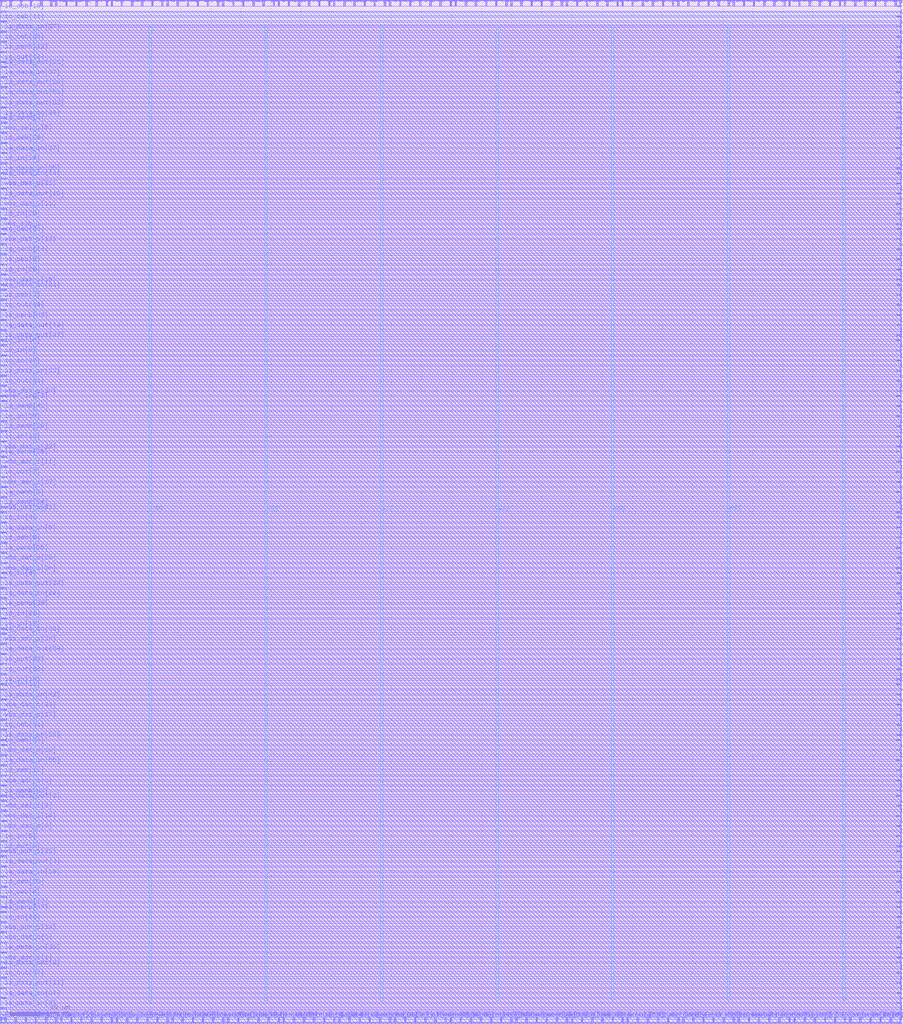
<source format=lef>
VERSION 5.7 ;
  NOWIREEXTENSIONATPIN ON ;
  DIVIDERCHAR "/" ;
  BUSBITCHARS "[]" ;
MACRO tiny_user_project
  CLASS BLOCK ;
  FOREIGN tiny_user_project ;
  ORIGIN 0.000 0.000 ;
  SIZE 600.000 BY 680.000 ;
  PIN io_in[0]
    DIRECTION INPUT ;
    USE SIGNAL ;
    PORT
      LAYER Metal3 ;
        RECT 1.000 443.520 4.000 444.080 ;
    END
  END io_in[0]
  PIN io_in[10]
    DIRECTION INPUT ;
    USE SIGNAL ;
    PORT
      LAYER Metal3 ;
        RECT 1.000 450.240 4.000 450.800 ;
    END
  END io_in[10]
  PIN io_in[11]
    DIRECTION INPUT ;
    USE SIGNAL ;
    PORT
      LAYER Metal3 ;
        RECT 1.000 221.760 4.000 222.320 ;
    END
  END io_in[11]
  PIN io_in[12]
    DIRECTION INPUT ;
    USE SIGNAL ;
    PORT
      LAYER Metal3 ;
        RECT 1.000 386.400 4.000 386.960 ;
    END
  END io_in[12]
  PIN io_in[13]
    DIRECTION INPUT ;
    USE SIGNAL ;
    PORT
      LAYER Metal3 ;
        RECT 1.000 262.080 4.000 262.640 ;
    END
  END io_in[13]
  PIN io_in[14]
    DIRECTION INPUT ;
    USE SIGNAL ;
    PORT
      LAYER Metal3 ;
        RECT 1.000 225.120 4.000 225.680 ;
    END
  END io_in[14]
  PIN io_in[15]
    DIRECTION INPUT ;
    USE SIGNAL ;
    PORT
      LAYER Metal2 ;
        RECT 299.040 676.000 299.600 679.000 ;
    END
  END io_in[15]
  PIN io_in[16]
    DIRECTION INPUT ;
    USE SIGNAL ;
    PORT
      LAYER Metal3 ;
        RECT 596.000 168.000 599.000 168.560 ;
    END
  END io_in[16]
  PIN io_in[17]
    DIRECTION INPUT ;
    USE SIGNAL ;
    PORT
      LAYER Metal3 ;
        RECT 596.000 641.760 599.000 642.320 ;
    END
  END io_in[17]
  PIN io_in[18]
    DIRECTION INPUT ;
    USE SIGNAL ;
    PORT
      LAYER Metal2 ;
        RECT 389.760 676.000 390.320 679.000 ;
    END
  END io_in[18]
  PIN io_in[19]
    DIRECTION INPUT ;
    USE SIGNAL ;
    PORT
      LAYER Metal3 ;
        RECT 596.000 26.880 599.000 27.440 ;
    END
  END io_in[19]
  PIN io_in[1]
    DIRECTION INPUT ;
    USE SIGNAL ;
    PORT
      LAYER Metal2 ;
        RECT 36.960 676.000 37.520 679.000 ;
    END
  END io_in[1]
  PIN io_in[20]
    DIRECTION INPUT ;
    USE SIGNAL ;
    PORT
      LAYER Metal2 ;
        RECT 470.400 676.000 470.960 679.000 ;
    END
  END io_in[20]
  PIN io_in[21]
    DIRECTION INPUT ;
    USE SIGNAL ;
    PORT
      LAYER Metal2 ;
        RECT 450.240 1.000 450.800 4.000 ;
    END
  END io_in[21]
  PIN io_in[22]
    DIRECTION INPUT ;
    USE SIGNAL ;
    PORT
      LAYER Metal2 ;
        RECT 598.080 676.000 598.640 679.000 ;
    END
  END io_in[22]
  PIN io_in[23]
    DIRECTION INPUT ;
    USE SIGNAL ;
    PORT
      LAYER Metal3 ;
        RECT 596.000 594.720 599.000 595.280 ;
    END
  END io_in[23]
  PIN io_in[24]
    DIRECTION INPUT ;
    USE SIGNAL ;
    PORT
      LAYER Metal2 ;
        RECT 527.520 1.000 528.080 4.000 ;
    END
  END io_in[24]
  PIN io_in[25]
    DIRECTION INPUT ;
    USE SIGNAL ;
    PORT
      LAYER Metal2 ;
        RECT 84.000 1.000 84.560 4.000 ;
    END
  END io_in[25]
  PIN io_in[26]
    DIRECTION INPUT ;
    USE SIGNAL ;
    PORT
      LAYER Metal3 ;
        RECT 1.000 534.240 4.000 534.800 ;
    END
  END io_in[26]
  PIN io_in[27]
    DIRECTION INPUT ;
    USE SIGNAL ;
    PORT
      LAYER Metal3 ;
        RECT 1.000 436.800 4.000 437.360 ;
    END
  END io_in[27]
  PIN io_in[28]
    DIRECTION INPUT ;
    USE SIGNAL ;
    PORT
      LAYER Metal3 ;
        RECT 1.000 497.280 4.000 497.840 ;
    END
  END io_in[28]
  PIN io_in[29]
    DIRECTION INPUT ;
    USE SIGNAL ;
    PORT
      LAYER Metal3 ;
        RECT 1.000 399.840 4.000 400.400 ;
    END
  END io_in[29]
  PIN io_in[2]
    DIRECTION INPUT ;
    USE SIGNAL ;
    PORT
      LAYER Metal3 ;
        RECT 596.000 675.360 599.000 675.920 ;
    END
  END io_in[2]
  PIN io_in[30]
    DIRECTION INPUT ;
    USE SIGNAL ;
    PORT
      LAYER Metal2 ;
        RECT 416.640 1.000 417.200 4.000 ;
    END
  END io_in[30]
  PIN io_in[31]
    DIRECTION INPUT ;
    USE SIGNAL ;
    PORT
      LAYER Metal3 ;
        RECT 1.000 268.800 4.000 269.360 ;
    END
  END io_in[31]
  PIN io_in[32]
    DIRECTION INPUT ;
    USE SIGNAL ;
    PORT
      LAYER Metal2 ;
        RECT 540.960 1.000 541.520 4.000 ;
    END
  END io_in[32]
  PIN io_in[33]
    DIRECTION INPUT ;
    USE SIGNAL ;
    PORT
      LAYER Metal3 ;
        RECT 1.000 67.200 4.000 67.760 ;
    END
  END io_in[33]
  PIN io_in[34]
    DIRECTION INPUT ;
    USE SIGNAL ;
    PORT
      LAYER Metal3 ;
        RECT 1.000 571.200 4.000 571.760 ;
    END
  END io_in[34]
  PIN io_in[35]
    DIRECTION INPUT ;
    USE SIGNAL ;
    PORT
      LAYER Metal2 ;
        RECT 530.880 676.000 531.440 679.000 ;
    END
  END io_in[35]
  PIN io_in[36]
    DIRECTION INPUT ;
    USE SIGNAL ;
    PORT
      LAYER Metal3 ;
        RECT 596.000 604.800 599.000 605.360 ;
    END
  END io_in[36]
  PIN io_in[37]
    DIRECTION INPUT ;
    USE SIGNAL ;
    PORT
      LAYER Metal3 ;
        RECT 596.000 527.520 599.000 528.080 ;
    END
  END io_in[37]
  PIN io_in[3]
    DIRECTION INPUT ;
    USE SIGNAL ;
    PORT
      LAYER Metal3 ;
        RECT 596.000 668.640 599.000 669.200 ;
    END
  END io_in[3]
  PIN io_in[4]
    DIRECTION INPUT ;
    USE SIGNAL ;
    PORT
      LAYER Metal3 ;
        RECT 596.000 329.280 599.000 329.840 ;
    END
  END io_in[4]
  PIN io_in[5]
    DIRECTION INPUT ;
    USE SIGNAL ;
    PORT
      LAYER Metal3 ;
        RECT 1.000 120.960 4.000 121.520 ;
    END
  END io_in[5]
  PIN io_in[6]
    DIRECTION INPUT ;
    USE SIGNAL ;
    PORT
      LAYER Metal3 ;
        RECT 596.000 161.280 599.000 161.840 ;
    END
  END io_in[6]
  PIN io_in[7]
    DIRECTION INPUT ;
    USE SIGNAL ;
    PORT
      LAYER Metal2 ;
        RECT 483.840 676.000 484.400 679.000 ;
    END
  END io_in[7]
  PIN io_in[8]
    DIRECTION INPUT ;
    USE SIGNAL ;
    PORT
      LAYER Metal3 ;
        RECT 1.000 295.680 4.000 296.240 ;
    END
  END io_in[8]
  PIN io_in[9]
    DIRECTION INPUT ;
    USE SIGNAL ;
    PORT
      LAYER Metal3 ;
        RECT 1.000 332.640 4.000 333.200 ;
    END
  END io_in[9]
  PIN io_oeb[0]
    DIRECTION OUTPUT TRISTATE ;
    USE SIGNAL ;
    PORT
      LAYER Metal3 ;
        RECT 596.000 490.560 599.000 491.120 ;
    END
  END io_oeb[0]
  PIN io_oeb[10]
    DIRECTION OUTPUT TRISTATE ;
    USE SIGNAL ;
    PORT
      LAYER Metal3 ;
        RECT 596.000 453.600 599.000 454.160 ;
    END
  END io_oeb[10]
  PIN io_oeb[11]
    DIRECTION OUTPUT TRISTATE ;
    USE SIGNAL ;
    PORT
      LAYER Metal3 ;
        RECT 1.000 665.280 4.000 665.840 ;
    END
  END io_oeb[11]
  PIN io_oeb[12]
    DIRECTION OUTPUT TRISTATE ;
    USE SIGNAL ;
    PORT
      LAYER Metal2 ;
        RECT 393.120 1.000 393.680 4.000 ;
    END
  END io_oeb[12]
  PIN io_oeb[13]
    DIRECTION OUTPUT TRISTATE ;
    USE SIGNAL ;
    PORT
      LAYER Metal3 ;
        RECT 1.000 164.640 4.000 165.200 ;
    END
  END io_oeb[13]
  PIN io_oeb[14]
    DIRECTION OUTPUT TRISTATE ;
    USE SIGNAL ;
    PORT
      LAYER Metal2 ;
        RECT 584.640 1.000 585.200 4.000 ;
    END
  END io_oeb[14]
  PIN io_oeb[15]
    DIRECTION OUTPUT TRISTATE ;
    USE SIGNAL ;
    PORT
      LAYER Metal2 ;
        RECT 366.240 676.000 366.800 679.000 ;
    END
  END io_oeb[15]
  PIN io_oeb[16]
    DIRECTION OUTPUT TRISTATE ;
    USE SIGNAL ;
    PORT
      LAYER Metal2 ;
        RECT 184.800 1.000 185.360 4.000 ;
    END
  END io_oeb[16]
  PIN io_oeb[17]
    DIRECTION OUTPUT TRISTATE ;
    USE SIGNAL ;
    PORT
      LAYER Metal2 ;
        RECT 60.480 1.000 61.040 4.000 ;
    END
  END io_oeb[17]
  PIN io_oeb[18]
    DIRECTION OUTPUT TRISTATE ;
    USE SIGNAL ;
    PORT
      LAYER Metal3 ;
        RECT 1.000 672.000 4.000 672.560 ;
    END
  END io_oeb[18]
  PIN io_oeb[19]
    DIRECTION OUTPUT TRISTATE ;
    USE SIGNAL ;
    PORT
      LAYER Metal2 ;
        RECT 184.800 676.000 185.360 679.000 ;
    END
  END io_oeb[19]
  PIN io_oeb[1]
    DIRECTION OUTPUT TRISTATE ;
    USE SIGNAL ;
    PORT
      LAYER Metal2 ;
        RECT 131.040 676.000 131.600 679.000 ;
    END
  END io_oeb[1]
  PIN io_oeb[20]
    DIRECTION OUTPUT TRISTATE ;
    USE SIGNAL ;
    PORT
      LAYER Metal2 ;
        RECT 329.280 676.000 329.840 679.000 ;
    END
  END io_oeb[20]
  PIN io_oeb[21]
    DIRECTION OUTPUT TRISTATE ;
    USE SIGNAL ;
    PORT
      LAYER Metal2 ;
        RECT 547.680 1.000 548.240 4.000 ;
    END
  END io_oeb[21]
  PIN io_oeb[22]
    DIRECTION OUTPUT TRISTATE ;
    USE SIGNAL ;
    PORT
      LAYER Metal3 ;
        RECT 596.000 204.960 599.000 205.520 ;
    END
  END io_oeb[22]
  PIN io_oeb[23]
    DIRECTION OUTPUT TRISTATE ;
    USE SIGNAL ;
    PORT
      LAYER Metal2 ;
        RECT 581.280 676.000 581.840 679.000 ;
    END
  END io_oeb[23]
  PIN io_oeb[24]
    DIRECTION OUTPUT TRISTATE ;
    USE SIGNAL ;
    PORT
      LAYER Metal3 ;
        RECT 1.000 184.800 4.000 185.360 ;
    END
  END io_oeb[24]
  PIN io_oeb[25]
    DIRECTION OUTPUT TRISTATE ;
    USE SIGNAL ;
    PORT
      LAYER Metal3 ;
        RECT 1.000 90.720 4.000 91.280 ;
    END
  END io_oeb[25]
  PIN io_oeb[26]
    DIRECTION OUTPUT TRISTATE ;
    USE SIGNAL ;
    PORT
      LAYER Metal3 ;
        RECT 1.000 584.640 4.000 585.200 ;
    END
  END io_oeb[26]
  PIN io_oeb[27]
    DIRECTION OUTPUT TRISTATE ;
    USE SIGNAL ;
    PORT
      LAYER Metal2 ;
        RECT 534.240 1.000 534.800 4.000 ;
    END
  END io_oeb[27]
  PIN io_oeb[28]
    DIRECTION OUTPUT TRISTATE ;
    USE SIGNAL ;
    PORT
      LAYER Metal3 ;
        RECT 1.000 651.840 4.000 652.400 ;
    END
  END io_oeb[28]
  PIN io_oeb[29]
    DIRECTION OUTPUT TRISTATE ;
    USE SIGNAL ;
    PORT
      LAYER Metal3 ;
        RECT 596.000 366.240 599.000 366.800 ;
    END
  END io_oeb[29]
  PIN io_oeb[2]
    DIRECTION OUTPUT TRISTATE ;
    USE SIGNAL ;
    PORT
      LAYER Metal3 ;
        RECT 596.000 285.600 599.000 286.160 ;
    END
  END io_oeb[2]
  PIN io_oeb[30]
    DIRECTION OUTPUT TRISTATE ;
    USE SIGNAL ;
    PORT
      LAYER Metal3 ;
        RECT 596.000 0.000 599.000 0.560 ;
    END
  END io_oeb[30]
  PIN io_oeb[31]
    DIRECTION OUTPUT TRISTATE ;
    USE SIGNAL ;
    PORT
      LAYER Metal3 ;
        RECT 1.000 194.880 4.000 195.440 ;
    END
  END io_oeb[31]
  PIN io_oeb[32]
    DIRECTION OUTPUT TRISTATE ;
    USE SIGNAL ;
    PORT
      LAYER Metal2 ;
        RECT 520.800 676.000 521.360 679.000 ;
    END
  END io_oeb[32]
  PIN io_oeb[33]
    DIRECTION OUTPUT TRISTATE ;
    USE SIGNAL ;
    PORT
      LAYER Metal3 ;
        RECT 596.000 144.480 599.000 145.040 ;
    END
  END io_oeb[33]
  PIN io_oeb[34]
    DIRECTION OUTPUT TRISTATE ;
    USE SIGNAL ;
    PORT
      LAYER Metal3 ;
        RECT 1.000 524.160 4.000 524.720 ;
    END
  END io_oeb[34]
  PIN io_oeb[35]
    DIRECTION OUTPUT TRISTATE ;
    USE SIGNAL ;
    PORT
      LAYER Metal3 ;
        RECT 596.000 618.240 599.000 618.800 ;
    END
  END io_oeb[35]
  PIN io_oeb[36]
    DIRECTION OUTPUT TRISTATE ;
    USE SIGNAL ;
    PORT
      LAYER Metal2 ;
        RECT 315.840 676.000 316.400 679.000 ;
    END
  END io_oeb[36]
  PIN io_oeb[37]
    DIRECTION OUTPUT TRISTATE ;
    USE SIGNAL ;
    PORT
      LAYER Metal3 ;
        RECT 596.000 299.040 599.000 299.600 ;
    END
  END io_oeb[37]
  PIN io_oeb[3]
    DIRECTION OUTPUT TRISTATE ;
    USE SIGNAL ;
    PORT
      LAYER Metal3 ;
        RECT 1.000 480.480 4.000 481.040 ;
    END
  END io_oeb[3]
  PIN io_oeb[4]
    DIRECTION OUTPUT TRISTATE ;
    USE SIGNAL ;
    PORT
      LAYER Metal3 ;
        RECT 1.000 84.000 4.000 84.560 ;
    END
  END io_oeb[4]
  PIN io_oeb[5]
    DIRECTION OUTPUT TRISTATE ;
    USE SIGNAL ;
    PORT
      LAYER Metal2 ;
        RECT 426.720 676.000 427.280 679.000 ;
    END
  END io_oeb[5]
  PIN io_oeb[6]
    DIRECTION OUTPUT TRISTATE ;
    USE SIGNAL ;
    PORT
      LAYER Metal3 ;
        RECT 1.000 504.000 4.000 504.560 ;
    END
  END io_oeb[6]
  PIN io_oeb[7]
    DIRECTION OUTPUT TRISTATE ;
    USE SIGNAL ;
    PORT
      LAYER Metal2 ;
        RECT 265.440 676.000 266.000 679.000 ;
    END
  END io_oeb[7]
  PIN io_oeb[8]
    DIRECTION OUTPUT TRISTATE ;
    USE SIGNAL ;
    PORT
      LAYER Metal3 ;
        RECT 1.000 319.200 4.000 319.760 ;
    END
  END io_oeb[8]
  PIN io_oeb[9]
    DIRECTION OUTPUT TRISTATE ;
    USE SIGNAL ;
    PORT
      LAYER Metal3 ;
        RECT 596.000 661.920 599.000 662.480 ;
    END
  END io_oeb[9]
  PIN io_out[0]
    DIRECTION OUTPUT TRISTATE ;
    USE SIGNAL ;
    PORT
      LAYER Metal2 ;
        RECT 63.840 676.000 64.400 679.000 ;
    END
  END io_out[0]
  PIN io_out[10]
    DIRECTION OUTPUT TRISTATE ;
    USE SIGNAL ;
    PORT
      LAYER Metal2 ;
        RECT 154.560 676.000 155.120 679.000 ;
    END
  END io_out[10]
  PIN io_out[11]
    DIRECTION OUTPUT TRISTATE ;
    USE SIGNAL ;
    PORT
      LAYER Metal2 ;
        RECT 413.280 1.000 413.840 4.000 ;
    END
  END io_out[11]
  PIN io_out[12]
    DIRECTION OUTPUT TRISTATE ;
    USE SIGNAL ;
    PORT
      LAYER Metal2 ;
        RECT 588.000 676.000 588.560 679.000 ;
    END
  END io_out[12]
  PIN io_out[13]
    DIRECTION OUTPUT TRISTATE ;
    USE SIGNAL ;
    PORT
      LAYER Metal3 ;
        RECT 1.000 638.400 4.000 638.960 ;
    END
  END io_out[13]
  PIN io_out[14]
    DIRECTION OUTPUT TRISTATE ;
    USE SIGNAL ;
    PORT
      LAYER Metal3 ;
        RECT 1.000 473.760 4.000 474.320 ;
    END
  END io_out[14]
  PIN io_out[15]
    DIRECTION OUTPUT TRISTATE ;
    USE SIGNAL ;
    PORT
      LAYER Metal2 ;
        RECT 258.720 1.000 259.280 4.000 ;
    END
  END io_out[15]
  PIN io_out[16]
    DIRECTION OUTPUT TRISTATE ;
    USE SIGNAL ;
    PORT
      LAYER Metal3 ;
        RECT 596.000 574.560 599.000 575.120 ;
    END
  END io_out[16]
  PIN io_out[17]
    DIRECTION OUTPUT TRISTATE ;
    USE SIGNAL ;
    PORT
      LAYER Metal2 ;
        RECT 73.920 1.000 74.480 4.000 ;
    END
  END io_out[17]
  PIN io_out[18]
    DIRECTION OUTPUT TRISTATE ;
    USE SIGNAL ;
    PORT
      LAYER Metal2 ;
        RECT 598.080 1.000 598.640 4.000 ;
    END
  END io_out[18]
  PIN io_out[19]
    DIRECTION OUTPUT TRISTATE ;
    USE SIGNAL ;
    PORT
      LAYER Metal2 ;
        RECT 100.800 676.000 101.360 679.000 ;
    END
  END io_out[19]
  PIN io_out[1]
    DIRECTION OUTPUT TRISTATE ;
    USE SIGNAL ;
    PORT
      LAYER Metal2 ;
        RECT 40.320 1.000 40.880 4.000 ;
    END
  END io_out[1]
  PIN io_out[20]
    DIRECTION OUTPUT TRISTATE ;
    USE SIGNAL ;
    PORT
      LAYER Metal3 ;
        RECT 596.000 100.800 599.000 101.360 ;
    END
  END io_out[20]
  PIN io_out[21]
    DIRECTION OUTPUT TRISTATE ;
    USE SIGNAL ;
    PORT
      LAYER Metal3 ;
        RECT 1.000 423.360 4.000 423.920 ;
    END
  END io_out[21]
  PIN io_out[22]
    DIRECTION OUTPUT TRISTATE ;
    USE SIGNAL ;
    PORT
      LAYER Metal3 ;
        RECT 596.000 181.440 599.000 182.000 ;
    END
  END io_out[22]
  PIN io_out[23]
    DIRECTION OUTPUT TRISTATE ;
    USE SIGNAL ;
    PORT
      LAYER Metal3 ;
        RECT 1.000 238.560 4.000 239.120 ;
    END
  END io_out[23]
  PIN io_out[24]
    DIRECTION OUTPUT TRISTATE ;
    USE SIGNAL ;
    PORT
      LAYER Metal2 ;
        RECT 561.120 1.000 561.680 4.000 ;
    END
  END io_out[24]
  PIN io_out[25]
    DIRECTION OUTPUT TRISTATE ;
    USE SIGNAL ;
    PORT
      LAYER Metal3 ;
        RECT 596.000 57.120 599.000 57.680 ;
    END
  END io_out[25]
  PIN io_out[26]
    DIRECTION OUTPUT TRISTATE ;
    USE SIGNAL ;
    PORT
      LAYER Metal2 ;
        RECT 268.800 1.000 269.360 4.000 ;
    END
  END io_out[26]
  PIN io_out[27]
    DIRECTION OUTPUT TRISTATE ;
    USE SIGNAL ;
    PORT
      LAYER Metal2 ;
        RECT 215.040 1.000 215.600 4.000 ;
    END
  END io_out[27]
  PIN io_out[28]
    DIRECTION OUTPUT TRISTATE ;
    USE SIGNAL ;
    PORT
      LAYER Metal2 ;
        RECT 409.920 676.000 410.480 679.000 ;
    END
  END io_out[28]
  PIN io_out[29]
    DIRECTION OUTPUT TRISTATE ;
    USE SIGNAL ;
    PORT
      LAYER Metal2 ;
        RECT 436.800 1.000 437.360 4.000 ;
    END
  END io_out[29]
  PIN io_out[2]
    DIRECTION OUTPUT TRISTATE ;
    USE SIGNAL ;
    PORT
      LAYER Metal3 ;
        RECT 596.000 265.440 599.000 266.000 ;
    END
  END io_out[2]
  PIN io_out[30]
    DIRECTION OUTPUT TRISTATE ;
    USE SIGNAL ;
    PORT
      LAYER Metal2 ;
        RECT 544.320 676.000 544.880 679.000 ;
    END
  END io_out[30]
  PIN io_out[31]
    DIRECTION OUTPUT TRISTATE ;
    USE SIGNAL ;
    PORT
      LAYER Metal2 ;
        RECT 225.120 1.000 225.680 4.000 ;
    END
  END io_out[31]
  PIN io_out[32]
    DIRECTION OUTPUT TRISTATE ;
    USE SIGNAL ;
    PORT
      LAYER Metal2 ;
        RECT 359.520 676.000 360.080 679.000 ;
    END
  END io_out[32]
  PIN io_out[33]
    DIRECTION OUTPUT TRISTATE ;
    USE SIGNAL ;
    PORT
      LAYER Metal3 ;
        RECT 1.000 231.840 4.000 232.400 ;
    END
  END io_out[33]
  PIN io_out[34]
    DIRECTION OUTPUT TRISTATE ;
    USE SIGNAL ;
    PORT
      LAYER Metal2 ;
        RECT 423.360 1.000 423.920 4.000 ;
    END
  END io_out[34]
  PIN io_out[35]
    DIRECTION OUTPUT TRISTATE ;
    USE SIGNAL ;
    PORT
      LAYER Metal2 ;
        RECT 379.680 1.000 380.240 4.000 ;
    END
  END io_out[35]
  PIN io_out[36]
    DIRECTION OUTPUT TRISTATE ;
    USE SIGNAL ;
    PORT
      LAYER Metal2 ;
        RECT 151.200 1.000 151.760 4.000 ;
    END
  END io_out[36]
  PIN io_out[37]
    DIRECTION OUTPUT TRISTATE ;
    USE SIGNAL ;
    PORT
      LAYER Metal3 ;
        RECT 1.000 30.240 4.000 30.800 ;
    END
  END io_out[37]
  PIN io_out[3]
    DIRECTION OUTPUT TRISTATE ;
    USE SIGNAL ;
    PORT
      LAYER Metal2 ;
        RECT 255.360 676.000 255.920 679.000 ;
    END
  END io_out[3]
  PIN io_out[4]
    DIRECTION OUTPUT TRISTATE ;
    USE SIGNAL ;
    PORT
      LAYER Metal2 ;
        RECT 295.680 1.000 296.240 4.000 ;
    END
  END io_out[4]
  PIN io_out[5]
    DIRECTION OUTPUT TRISTATE ;
    USE SIGNAL ;
    PORT
      LAYER Metal2 ;
        RECT 228.480 676.000 229.040 679.000 ;
    END
  END io_out[5]
  PIN io_out[6]
    DIRECTION OUTPUT TRISTATE ;
    USE SIGNAL ;
    PORT
      LAYER Metal3 ;
        RECT 1.000 114.240 4.000 114.800 ;
    END
  END io_out[6]
  PIN io_out[7]
    DIRECTION OUTPUT TRISTATE ;
    USE SIGNAL ;
    PORT
      LAYER Metal3 ;
        RECT 1.000 362.880 4.000 363.440 ;
    END
  END io_out[7]
  PIN io_out[8]
    DIRECTION OUTPUT TRISTATE ;
    USE SIGNAL ;
    PORT
      LAYER Metal2 ;
        RECT 467.040 1.000 467.600 4.000 ;
    END
  END io_out[8]
  PIN io_out[9]
    DIRECTION OUTPUT TRISTATE ;
    USE SIGNAL ;
    PORT
      LAYER Metal2 ;
        RECT 164.640 1.000 165.200 4.000 ;
    END
  END io_out[9]
  PIN la_data_in[0]
    DIRECTION INPUT ;
    USE SIGNAL ;
    PORT
      LAYER Metal3 ;
        RECT 1.000 325.920 4.000 326.480 ;
    END
  END la_data_in[0]
  PIN la_data_in[10]
    DIRECTION INPUT ;
    USE SIGNAL ;
    PORT
      LAYER Metal3 ;
        RECT 596.000 638.400 599.000 638.960 ;
    END
  END la_data_in[10]
  PIN la_data_in[11]
    DIRECTION INPUT ;
    USE SIGNAL ;
    PORT
      LAYER Metal3 ;
        RECT 596.000 322.560 599.000 323.120 ;
    END
  END la_data_in[11]
  PIN la_data_in[12]
    DIRECTION INPUT ;
    USE SIGNAL ;
    PORT
      LAYER Metal2 ;
        RECT 194.880 1.000 195.440 4.000 ;
    END
  END la_data_in[12]
  PIN la_data_in[13]
    DIRECTION INPUT ;
    USE SIGNAL ;
    PORT
      LAYER Metal2 ;
        RECT 218.400 676.000 218.960 679.000 ;
    END
  END la_data_in[13]
  PIN la_data_in[14]
    DIRECTION INPUT ;
    USE SIGNAL ;
    PORT
      LAYER Metal3 ;
        RECT 1.000 561.120 4.000 561.680 ;
    END
  END la_data_in[14]
  PIN la_data_in[15]
    DIRECTION INPUT ;
    USE SIGNAL ;
    PORT
      LAYER Metal3 ;
        RECT 596.000 500.640 599.000 501.200 ;
    END
  END la_data_in[15]
  PIN la_data_in[16]
    DIRECTION INPUT ;
    USE SIGNAL ;
    PORT
      LAYER Metal2 ;
        RECT 20.160 676.000 20.720 679.000 ;
    END
  END la_data_in[16]
  PIN la_data_in[17]
    DIRECTION INPUT ;
    USE SIGNAL ;
    PORT
      LAYER Metal3 ;
        RECT 596.000 137.760 599.000 138.320 ;
    END
  END la_data_in[17]
  PIN la_data_in[18]
    DIRECTION INPUT ;
    USE SIGNAL ;
    PORT
      LAYER Metal2 ;
        RECT 278.880 676.000 279.440 679.000 ;
    END
  END la_data_in[18]
  PIN la_data_in[19]
    DIRECTION INPUT ;
    USE SIGNAL ;
    PORT
      LAYER Metal3 ;
        RECT 1.000 97.440 4.000 98.000 ;
    END
  END la_data_in[19]
  PIN la_data_in[1]
    DIRECTION INPUT ;
    USE SIGNAL ;
    PORT
      LAYER Metal2 ;
        RECT 107.520 676.000 108.080 679.000 ;
    END
  END la_data_in[1]
  PIN la_data_in[20]
    DIRECTION INPUT ;
    USE SIGNAL ;
    PORT
      LAYER Metal3 ;
        RECT 596.000 174.720 599.000 175.280 ;
    END
  END la_data_in[20]
  PIN la_data_in[21]
    DIRECTION INPUT ;
    USE SIGNAL ;
    PORT
      LAYER Metal3 ;
        RECT 1.000 487.200 4.000 487.760 ;
    END
  END la_data_in[21]
  PIN la_data_in[22]
    DIRECTION INPUT ;
    USE SIGNAL ;
    PORT
      LAYER Metal3 ;
        RECT 1.000 282.240 4.000 282.800 ;
    END
  END la_data_in[22]
  PIN la_data_in[23]
    DIRECTION INPUT ;
    USE SIGNAL ;
    PORT
      LAYER Metal3 ;
        RECT 596.000 520.800 599.000 521.360 ;
    END
  END la_data_in[23]
  PIN la_data_in[24]
    DIRECTION INPUT ;
    USE SIGNAL ;
    PORT
      LAYER Metal2 ;
        RECT 285.600 676.000 286.160 679.000 ;
    END
  END la_data_in[24]
  PIN la_data_in[25]
    DIRECTION INPUT ;
    USE SIGNAL ;
    PORT
      LAYER Metal2 ;
        RECT 94.080 676.000 94.640 679.000 ;
    END
  END la_data_in[25]
  PIN la_data_in[26]
    DIRECTION INPUT ;
    USE SIGNAL ;
    PORT
      LAYER Metal2 ;
        RECT 352.800 676.000 353.360 679.000 ;
    END
  END la_data_in[26]
  PIN la_data_in[27]
    DIRECTION INPUT ;
    USE SIGNAL ;
    PORT
      LAYER Metal3 ;
        RECT 1.000 577.920 4.000 578.480 ;
    END
  END la_data_in[27]
  PIN la_data_in[28]
    DIRECTION INPUT ;
    USE SIGNAL ;
    PORT
      LAYER Metal3 ;
        RECT 1.000 601.440 4.000 602.000 ;
    END
  END la_data_in[28]
  PIN la_data_in[29]
    DIRECTION INPUT ;
    USE SIGNAL ;
    PORT
      LAYER Metal3 ;
        RECT 596.000 198.240 599.000 198.800 ;
    END
  END la_data_in[29]
  PIN la_data_in[2]
    DIRECTION INPUT ;
    USE SIGNAL ;
    PORT
      LAYER Metal2 ;
        RECT 241.920 676.000 242.480 679.000 ;
    END
  END la_data_in[2]
  PIN la_data_in[30]
    DIRECTION INPUT ;
    USE SIGNAL ;
    PORT
      LAYER Metal3 ;
        RECT 1.000 47.040 4.000 47.600 ;
    END
  END la_data_in[30]
  PIN la_data_in[31]
    DIRECTION INPUT ;
    USE SIGNAL ;
    PORT
      LAYER Metal2 ;
        RECT 500.640 676.000 501.200 679.000 ;
    END
  END la_data_in[31]
  PIN la_data_in[32]
    DIRECTION INPUT ;
    USE SIGNAL ;
    PORT
      LAYER Metal3 ;
        RECT 1.000 258.720 4.000 259.280 ;
    END
  END la_data_in[32]
  PIN la_data_in[33]
    DIRECTION INPUT ;
    USE SIGNAL ;
    PORT
      LAYER Metal3 ;
        RECT 1.000 430.080 4.000 430.640 ;
    END
  END la_data_in[33]
  PIN la_data_in[34]
    DIRECTION INPUT ;
    USE SIGNAL ;
    PORT
      LAYER Metal2 ;
        RECT 6.720 676.000 7.280 679.000 ;
    END
  END la_data_in[34]
  PIN la_data_in[35]
    DIRECTION INPUT ;
    USE SIGNAL ;
    PORT
      LAYER Metal3 ;
        RECT 1.000 564.480 4.000 565.040 ;
    END
  END la_data_in[35]
  PIN la_data_in[36]
    DIRECTION INPUT ;
    USE SIGNAL ;
    PORT
      LAYER Metal2 ;
        RECT 453.600 1.000 454.160 4.000 ;
    END
  END la_data_in[36]
  PIN la_data_in[37]
    DIRECTION INPUT ;
    USE SIGNAL ;
    PORT
      LAYER Metal3 ;
        RECT 1.000 628.320 4.000 628.880 ;
    END
  END la_data_in[37]
  PIN la_data_in[38]
    DIRECTION INPUT ;
    USE SIGNAL ;
    PORT
      LAYER Metal2 ;
        RECT 288.960 1.000 289.520 4.000 ;
    END
  END la_data_in[38]
  PIN la_data_in[39]
    DIRECTION INPUT ;
    USE SIGNAL ;
    PORT
      LAYER Metal2 ;
        RECT 309.120 676.000 309.680 679.000 ;
    END
  END la_data_in[39]
  PIN la_data_in[3]
    DIRECTION INPUT ;
    USE SIGNAL ;
    PORT
      LAYER Metal3 ;
        RECT 596.000 389.760 599.000 390.320 ;
    END
  END la_data_in[3]
  PIN la_data_in[40]
    DIRECTION INPUT ;
    USE SIGNAL ;
    PORT
      LAYER Metal2 ;
        RECT 221.760 1.000 222.320 4.000 ;
    END
  END la_data_in[40]
  PIN la_data_in[41]
    DIRECTION INPUT ;
    USE SIGNAL ;
    PORT
      LAYER Metal2 ;
        RECT 305.760 1.000 306.320 4.000 ;
    END
  END la_data_in[41]
  PIN la_data_in[42]
    DIRECTION INPUT ;
    USE SIGNAL ;
    PORT
      LAYER Metal3 ;
        RECT 1.000 215.040 4.000 215.600 ;
    END
  END la_data_in[42]
  PIN la_data_in[43]
    DIRECTION INPUT ;
    USE SIGNAL ;
    PORT
      LAYER Metal2 ;
        RECT 561.120 676.000 561.680 679.000 ;
    END
  END la_data_in[43]
  PIN la_data_in[44]
    DIRECTION INPUT ;
    USE SIGNAL ;
    PORT
      LAYER Metal3 ;
        RECT 596.000 43.680 599.000 44.240 ;
    END
  END la_data_in[44]
  PIN la_data_in[45]
    DIRECTION INPUT ;
    USE SIGNAL ;
    PORT
      LAYER Metal2 ;
        RECT 208.320 1.000 208.880 4.000 ;
    END
  END la_data_in[45]
  PIN la_data_in[46]
    DIRECTION INPUT ;
    USE SIGNAL ;
    PORT
      LAYER Metal3 ;
        RECT 596.000 507.360 599.000 507.920 ;
    END
  END la_data_in[46]
  PIN la_data_in[47]
    DIRECTION INPUT ;
    USE SIGNAL ;
    PORT
      LAYER Metal2 ;
        RECT 399.840 1.000 400.400 4.000 ;
    END
  END la_data_in[47]
  PIN la_data_in[48]
    DIRECTION INPUT ;
    USE SIGNAL ;
    PORT
      LAYER Metal2 ;
        RECT 258.720 676.000 259.280 679.000 ;
    END
  END la_data_in[48]
  PIN la_data_in[49]
    DIRECTION INPUT ;
    USE SIGNAL ;
    PORT
      LAYER Metal2 ;
        RECT 204.960 676.000 205.520 679.000 ;
    END
  END la_data_in[49]
  PIN la_data_in[4]
    DIRECTION INPUT ;
    USE SIGNAL ;
    PORT
      LAYER Metal2 ;
        RECT 13.440 676.000 14.000 679.000 ;
    END
  END la_data_in[4]
  PIN la_data_in[50]
    DIRECTION INPUT ;
    USE SIGNAL ;
    PORT
      LAYER Metal2 ;
        RECT 211.680 676.000 212.240 679.000 ;
    END
  END la_data_in[50]
  PIN la_data_in[51]
    DIRECTION INPUT ;
    USE SIGNAL ;
    PORT
      LAYER Metal2 ;
        RECT 299.040 1.000 299.600 4.000 ;
    END
  END la_data_in[51]
  PIN la_data_in[52]
    DIRECTION INPUT ;
    USE SIGNAL ;
    PORT
      LAYER Metal3 ;
        RECT 596.000 255.360 599.000 255.920 ;
    END
  END la_data_in[52]
  PIN la_data_in[53]
    DIRECTION INPUT ;
    USE SIGNAL ;
    PORT
      LAYER Metal2 ;
        RECT 456.960 676.000 457.520 679.000 ;
    END
  END la_data_in[53]
  PIN la_data_in[54]
    DIRECTION INPUT ;
    USE SIGNAL ;
    PORT
      LAYER Metal2 ;
        RECT 413.280 676.000 413.840 679.000 ;
    END
  END la_data_in[54]
  PIN la_data_in[55]
    DIRECTION INPUT ;
    USE SIGNAL ;
    PORT
      LAYER Metal3 ;
        RECT 1.000 171.360 4.000 171.920 ;
    END
  END la_data_in[55]
  PIN la_data_in[56]
    DIRECTION INPUT ;
    USE SIGNAL ;
    PORT
      LAYER Metal3 ;
        RECT 1.000 188.160 4.000 188.720 ;
    END
  END la_data_in[56]
  PIN la_data_in[57]
    DIRECTION INPUT ;
    USE SIGNAL ;
    PORT
      LAYER Metal3 ;
        RECT 1.000 658.560 4.000 659.120 ;
    END
  END la_data_in[57]
  PIN la_data_in[58]
    DIRECTION INPUT ;
    USE SIGNAL ;
    PORT
      LAYER Metal2 ;
        RECT 231.840 1.000 232.400 4.000 ;
    END
  END la_data_in[58]
  PIN la_data_in[59]
    DIRECTION INPUT ;
    USE SIGNAL ;
    PORT
      LAYER Metal3 ;
        RECT 596.000 624.960 599.000 625.520 ;
    END
  END la_data_in[59]
  PIN la_data_in[5]
    DIRECTION INPUT ;
    USE SIGNAL ;
    PORT
      LAYER Metal2 ;
        RECT 110.880 1.000 111.440 4.000 ;
    END
  END la_data_in[5]
  PIN la_data_in[60]
    DIRECTION INPUT ;
    USE SIGNAL ;
    PORT
      LAYER Metal3 ;
        RECT 596.000 463.680 599.000 464.240 ;
    END
  END la_data_in[60]
  PIN la_data_in[61]
    DIRECTION INPUT ;
    USE SIGNAL ;
    PORT
      LAYER Metal3 ;
        RECT 1.000 16.800 4.000 17.360 ;
    END
  END la_data_in[61]
  PIN la_data_in[62]
    DIRECTION INPUT ;
    USE SIGNAL ;
    PORT
      LAYER Metal2 ;
        RECT 376.320 1.000 376.880 4.000 ;
    END
  END la_data_in[62]
  PIN la_data_in[63]
    DIRECTION INPUT ;
    USE SIGNAL ;
    PORT
      LAYER Metal2 ;
        RECT 124.320 676.000 124.880 679.000 ;
    END
  END la_data_in[63]
  PIN la_data_in[6]
    DIRECTION INPUT ;
    USE SIGNAL ;
    PORT
      LAYER Metal2 ;
        RECT 127.680 1.000 128.240 4.000 ;
    END
  END la_data_in[6]
  PIN la_data_in[7]
    DIRECTION INPUT ;
    USE SIGNAL ;
    PORT
      LAYER Metal3 ;
        RECT 596.000 272.160 599.000 272.720 ;
    END
  END la_data_in[7]
  PIN la_data_in[8]
    DIRECTION INPUT ;
    USE SIGNAL ;
    PORT
      LAYER Metal3 ;
        RECT 1.000 10.080 4.000 10.640 ;
    END
  END la_data_in[8]
  PIN la_data_in[9]
    DIRECTION INPUT ;
    USE SIGNAL ;
    PORT
      LAYER Metal2 ;
        RECT 537.600 676.000 538.160 679.000 ;
    END
  END la_data_in[9]
  PIN la_data_out[0]
    DIRECTION OUTPUT TRISTATE ;
    USE SIGNAL ;
    PORT
      LAYER Metal2 ;
        RECT 514.080 676.000 514.640 679.000 ;
    END
  END la_data_out[0]
  PIN la_data_out[10]
    DIRECTION OUTPUT TRISTATE ;
    USE SIGNAL ;
    PORT
      LAYER Metal3 ;
        RECT 596.000 383.040 599.000 383.600 ;
    END
  END la_data_out[10]
  PIN la_data_out[11]
    DIRECTION OUTPUT TRISTATE ;
    USE SIGNAL ;
    PORT
      LAYER Metal3 ;
        RECT 1.000 23.520 4.000 24.080 ;
    END
  END la_data_out[11]
  PIN la_data_out[12]
    DIRECTION OUTPUT TRISTATE ;
    USE SIGNAL ;
    PORT
      LAYER Metal3 ;
        RECT 1.000 460.320 4.000 460.880 ;
    END
  END la_data_out[12]
  PIN la_data_out[13]
    DIRECTION OUTPUT TRISTATE ;
    USE SIGNAL ;
    PORT
      LAYER Metal2 ;
        RECT 238.560 1.000 239.120 4.000 ;
    END
  END la_data_out[13]
  PIN la_data_out[14]
    DIRECTION OUTPUT TRISTATE ;
    USE SIGNAL ;
    PORT
      LAYER Metal3 ;
        RECT 596.000 302.400 599.000 302.960 ;
    END
  END la_data_out[14]
  PIN la_data_out[15]
    DIRECTION OUTPUT TRISTATE ;
    USE SIGNAL ;
    PORT
      LAYER Metal3 ;
        RECT 1.000 547.680 4.000 548.240 ;
    END
  END la_data_out[15]
  PIN la_data_out[16]
    DIRECTION OUTPUT TRISTATE ;
    USE SIGNAL ;
    PORT
      LAYER Metal3 ;
        RECT 596.000 396.480 599.000 397.040 ;
    END
  END la_data_out[16]
  PIN la_data_out[17]
    DIRECTION OUTPUT TRISTATE ;
    USE SIGNAL ;
    PORT
      LAYER Metal2 ;
        RECT 272.160 676.000 272.720 679.000 ;
    END
  END la_data_out[17]
  PIN la_data_out[18]
    DIRECTION OUTPUT TRISTATE ;
    USE SIGNAL ;
    PORT
      LAYER Metal3 ;
        RECT 596.000 567.840 599.000 568.400 ;
    END
  END la_data_out[18]
  PIN la_data_out[19]
    DIRECTION OUTPUT TRISTATE ;
    USE SIGNAL ;
    PORT
      LAYER Metal2 ;
        RECT 339.360 1.000 339.920 4.000 ;
    END
  END la_data_out[19]
  PIN la_data_out[1]
    DIRECTION OUTPUT TRISTATE ;
    USE SIGNAL ;
    PORT
      LAYER Metal3 ;
        RECT 596.000 339.360 599.000 339.920 ;
    END
  END la_data_out[1]
  PIN la_data_out[20]
    DIRECTION OUTPUT TRISTATE ;
    USE SIGNAL ;
    PORT
      LAYER Metal3 ;
        RECT 596.000 131.040 599.000 131.600 ;
    END
  END la_data_out[20]
  PIN la_data_out[21]
    DIRECTION OUTPUT TRISTATE ;
    USE SIGNAL ;
    PORT
      LAYER Metal3 ;
        RECT 1.000 635.040 4.000 635.600 ;
    END
  END la_data_out[21]
  PIN la_data_out[22]
    DIRECTION OUTPUT TRISTATE ;
    USE SIGNAL ;
    PORT
      LAYER Metal3 ;
        RECT 596.000 440.160 599.000 440.720 ;
    END
  END la_data_out[22]
  PIN la_data_out[23]
    DIRECTION OUTPUT TRISTATE ;
    USE SIGNAL ;
    PORT
      LAYER Metal2 ;
        RECT 188.160 1.000 188.720 4.000 ;
    END
  END la_data_out[23]
  PIN la_data_out[24]
    DIRECTION OUTPUT TRISTATE ;
    USE SIGNAL ;
    PORT
      LAYER Metal3 ;
        RECT 1.000 288.960 4.000 289.520 ;
    END
  END la_data_out[24]
  PIN la_data_out[25]
    DIRECTION OUTPUT TRISTATE ;
    USE SIGNAL ;
    PORT
      LAYER Metal2 ;
        RECT 342.720 1.000 343.280 4.000 ;
    END
  END la_data_out[25]
  PIN la_data_out[26]
    DIRECTION OUTPUT TRISTATE ;
    USE SIGNAL ;
    PORT
      LAYER Metal3 ;
        RECT 1.000 621.600 4.000 622.160 ;
    END
  END la_data_out[26]
  PIN la_data_out[27]
    DIRECTION OUTPUT TRISTATE ;
    USE SIGNAL ;
    PORT
      LAYER Metal2 ;
        RECT 346.080 676.000 346.640 679.000 ;
    END
  END la_data_out[27]
  PIN la_data_out[28]
    DIRECTION OUTPUT TRISTATE ;
    USE SIGNAL ;
    PORT
      LAYER Metal3 ;
        RECT 596.000 551.040 599.000 551.600 ;
    END
  END la_data_out[28]
  PIN la_data_out[29]
    DIRECTION OUTPUT TRISTATE ;
    USE SIGNAL ;
    PORT
      LAYER Metal2 ;
        RECT 275.520 1.000 276.080 4.000 ;
    END
  END la_data_out[29]
  PIN la_data_out[2]
    DIRECTION OUTPUT TRISTATE ;
    USE SIGNAL ;
    PORT
      LAYER Metal3 ;
        RECT 1.000 147.840 4.000 148.400 ;
    END
  END la_data_out[2]
  PIN la_data_out[30]
    DIRECTION OUTPUT TRISTATE ;
    USE SIGNAL ;
    PORT
      LAYER Metal3 ;
        RECT 596.000 336.000 599.000 336.560 ;
    END
  END la_data_out[30]
  PIN la_data_out[31]
    DIRECTION OUTPUT TRISTATE ;
    USE SIGNAL ;
    PORT
      LAYER Metal3 ;
        RECT 596.000 70.560 599.000 71.120 ;
    END
  END la_data_out[31]
  PIN la_data_out[32]
    DIRECTION OUTPUT TRISTATE ;
    USE SIGNAL ;
    PORT
      LAYER Metal2 ;
        RECT 336.000 676.000 336.560 679.000 ;
    END
  END la_data_out[32]
  PIN la_data_out[33]
    DIRECTION OUTPUT TRISTATE ;
    USE SIGNAL ;
    PORT
      LAYER Metal3 ;
        RECT 596.000 154.560 599.000 155.120 ;
    END
  END la_data_out[33]
  PIN la_data_out[34]
    DIRECTION OUTPUT TRISTATE ;
    USE SIGNAL ;
    PORT
      LAYER Metal2 ;
        RECT 312.480 1.000 313.040 4.000 ;
    END
  END la_data_out[34]
  PIN la_data_out[35]
    DIRECTION OUTPUT TRISTATE ;
    USE SIGNAL ;
    PORT
      LAYER Metal2 ;
        RECT 302.400 676.000 302.960 679.000 ;
    END
  END la_data_out[35]
  PIN la_data_out[36]
    DIRECTION OUTPUT TRISTATE ;
    USE SIGNAL ;
    PORT
      LAYER Metal3 ;
        RECT 596.000 557.760 599.000 558.320 ;
    END
  END la_data_out[36]
  PIN la_data_out[37]
    DIRECTION OUTPUT TRISTATE ;
    USE SIGNAL ;
    PORT
      LAYER Metal3 ;
        RECT 596.000 292.320 599.000 292.880 ;
    END
  END la_data_out[37]
  PIN la_data_out[38]
    DIRECTION OUTPUT TRISTATE ;
    USE SIGNAL ;
    PORT
      LAYER Metal3 ;
        RECT 596.000 50.400 599.000 50.960 ;
    END
  END la_data_out[38]
  PIN la_data_out[39]
    DIRECTION OUTPUT TRISTATE ;
    USE SIGNAL ;
    PORT
      LAYER Metal3 ;
        RECT 596.000 124.320 599.000 124.880 ;
    END
  END la_data_out[39]
  PIN la_data_out[3]
    DIRECTION OUTPUT TRISTATE ;
    USE SIGNAL ;
    PORT
      LAYER Metal3 ;
        RECT 1.000 104.160 4.000 104.720 ;
    END
  END la_data_out[3]
  PIN la_data_out[40]
    DIRECTION OUTPUT TRISTATE ;
    USE SIGNAL ;
    PORT
      LAYER Metal3 ;
        RECT 596.000 20.160 599.000 20.720 ;
    END
  END la_data_out[40]
  PIN la_data_out[41]
    DIRECTION OUTPUT TRISTATE ;
    USE SIGNAL ;
    PORT
      LAYER Metal3 ;
        RECT 596.000 235.200 599.000 235.760 ;
    END
  END la_data_out[41]
  PIN la_data_out[42]
    DIRECTION OUTPUT TRISTATE ;
    USE SIGNAL ;
    PORT
      LAYER Metal3 ;
        RECT 596.000 581.280 599.000 581.840 ;
    END
  END la_data_out[42]
  PIN la_data_out[43]
    DIRECTION OUTPUT TRISTATE ;
    USE SIGNAL ;
    PORT
      LAYER Metal2 ;
        RECT 36.960 1.000 37.520 4.000 ;
    END
  END la_data_out[43]
  PIN la_data_out[44]
    DIRECTION OUTPUT TRISTATE ;
    USE SIGNAL ;
    PORT
      LAYER Metal2 ;
        RECT 262.080 1.000 262.640 4.000 ;
    END
  END la_data_out[44]
  PIN la_data_out[45]
    DIRECTION OUTPUT TRISTATE ;
    USE SIGNAL ;
    PORT
      LAYER Metal2 ;
        RECT 57.120 676.000 57.680 679.000 ;
    END
  END la_data_out[45]
  PIN la_data_out[46]
    DIRECTION OUTPUT TRISTATE ;
    USE SIGNAL ;
    PORT
      LAYER Metal2 ;
        RECT 50.400 676.000 50.960 679.000 ;
    END
  END la_data_out[46]
  PIN la_data_out[47]
    DIRECTION OUTPUT TRISTATE ;
    USE SIGNAL ;
    PORT
      LAYER Metal3 ;
        RECT 1.000 453.600 4.000 454.160 ;
    END
  END la_data_out[47]
  PIN la_data_out[48]
    DIRECTION OUTPUT TRISTATE ;
    USE SIGNAL ;
    PORT
      LAYER Metal2 ;
        RECT 147.840 1.000 148.400 4.000 ;
    END
  END la_data_out[48]
  PIN la_data_out[49]
    DIRECTION OUTPUT TRISTATE ;
    USE SIGNAL ;
    PORT
      LAYER Metal2 ;
        RECT 577.920 1.000 578.480 4.000 ;
    END
  END la_data_out[49]
  PIN la_data_out[4]
    DIRECTION OUTPUT TRISTATE ;
    USE SIGNAL ;
    PORT
      LAYER Metal2 ;
        RECT 322.560 676.000 323.120 679.000 ;
    END
  END la_data_out[4]
  PIN la_data_out[50]
    DIRECTION OUTPUT TRISTATE ;
    USE SIGNAL ;
    PORT
      LAYER Metal2 ;
        RECT 181.440 676.000 182.000 679.000 ;
    END
  END la_data_out[50]
  PIN la_data_out[51]
    DIRECTION OUTPUT TRISTATE ;
    USE SIGNAL ;
    PORT
      LAYER Metal3 ;
        RECT 1.000 614.880 4.000 615.440 ;
    END
  END la_data_out[51]
  PIN la_data_out[52]
    DIRECTION OUTPUT TRISTATE ;
    USE SIGNAL ;
    PORT
      LAYER Metal3 ;
        RECT 596.000 80.640 599.000 81.200 ;
    END
  END la_data_out[52]
  PIN la_data_out[53]
    DIRECTION OUTPUT TRISTATE ;
    USE SIGNAL ;
    PORT
      LAYER Metal3 ;
        RECT 1.000 608.160 4.000 608.720 ;
    END
  END la_data_out[53]
  PIN la_data_out[54]
    DIRECTION OUTPUT TRISTATE ;
    USE SIGNAL ;
    PORT
      LAYER Metal3 ;
        RECT 596.000 477.120 599.000 477.680 ;
    END
  END la_data_out[54]
  PIN la_data_out[55]
    DIRECTION OUTPUT TRISTATE ;
    USE SIGNAL ;
    PORT
      LAYER Metal2 ;
        RECT 198.240 676.000 198.800 679.000 ;
    END
  END la_data_out[55]
  PIN la_data_out[56]
    DIRECTION OUTPUT TRISTATE ;
    USE SIGNAL ;
    PORT
      LAYER Metal3 ;
        RECT 596.000 191.520 599.000 192.080 ;
    END
  END la_data_out[56]
  PIN la_data_out[57]
    DIRECTION OUTPUT TRISTATE ;
    USE SIGNAL ;
    PORT
      LAYER Metal2 ;
        RECT 446.880 676.000 447.440 679.000 ;
    END
  END la_data_out[57]
  PIN la_data_out[58]
    DIRECTION OUTPUT TRISTATE ;
    USE SIGNAL ;
    PORT
      LAYER Metal3 ;
        RECT 596.000 483.840 599.000 484.400 ;
    END
  END la_data_out[58]
  PIN la_data_out[59]
    DIRECTION OUTPUT TRISTATE ;
    USE SIGNAL ;
    PORT
      LAYER Metal3 ;
        RECT 1.000 245.280 4.000 245.840 ;
    END
  END la_data_out[59]
  PIN la_data_out[5]
    DIRECTION OUTPUT TRISTATE ;
    USE SIGNAL ;
    PORT
      LAYER Metal3 ;
        RECT 596.000 420.000 599.000 420.560 ;
    END
  END la_data_out[5]
  PIN la_data_out[60]
    DIRECTION OUTPUT TRISTATE ;
    USE SIGNAL ;
    PORT
      LAYER Metal2 ;
        RECT 477.120 676.000 477.680 679.000 ;
    END
  END la_data_out[60]
  PIN la_data_out[61]
    DIRECTION OUTPUT TRISTATE ;
    USE SIGNAL ;
    PORT
      LAYER Metal2 ;
        RECT 171.360 1.000 171.920 4.000 ;
    END
  END la_data_out[61]
  PIN la_data_out[62]
    DIRECTION OUTPUT TRISTATE ;
    USE SIGNAL ;
    PORT
      LAYER Metal2 ;
        RECT 554.400 1.000 554.960 4.000 ;
    END
  END la_data_out[62]
  PIN la_data_out[63]
    DIRECTION OUTPUT TRISTATE ;
    USE SIGNAL ;
    PORT
      LAYER Metal3 ;
        RECT 596.000 87.360 599.000 87.920 ;
    END
  END la_data_out[63]
  PIN la_data_out[6]
    DIRECTION OUTPUT TRISTATE ;
    USE SIGNAL ;
    PORT
      LAYER Metal3 ;
        RECT 596.000 225.120 599.000 225.680 ;
    END
  END la_data_out[6]
  PIN la_data_out[7]
    DIRECTION OUTPUT TRISTATE ;
    USE SIGNAL ;
    PORT
      LAYER Metal2 ;
        RECT 574.560 676.000 575.120 679.000 ;
    END
  END la_data_out[7]
  PIN la_data_out[8]
    DIRECTION OUTPUT TRISTATE ;
    USE SIGNAL ;
    PORT
      LAYER Metal3 ;
        RECT 1.000 36.960 4.000 37.520 ;
    END
  END la_data_out[8]
  PIN la_data_out[9]
    DIRECTION OUTPUT TRISTATE ;
    USE SIGNAL ;
    PORT
      LAYER Metal3 ;
        RECT 596.000 346.080 599.000 346.640 ;
    END
  END la_data_out[9]
  PIN la_oenb[0]
    DIRECTION INPUT ;
    USE SIGNAL ;
    PORT
      LAYER Metal3 ;
        RECT 596.000 278.880 599.000 279.440 ;
    END
  END la_oenb[0]
  PIN la_oenb[10]
    DIRECTION INPUT ;
    USE SIGNAL ;
    PORT
      LAYER Metal3 ;
        RECT 596.000 493.920 599.000 494.480 ;
    END
  END la_oenb[10]
  PIN la_oenb[11]
    DIRECTION INPUT ;
    USE SIGNAL ;
    PORT
      LAYER Metal3 ;
        RECT 596.000 403.200 599.000 403.760 ;
    END
  END la_oenb[11]
  PIN la_oenb[12]
    DIRECTION INPUT ;
    USE SIGNAL ;
    PORT
      LAYER Metal3 ;
        RECT 1.000 645.120 4.000 645.680 ;
    END
  END la_oenb[12]
  PIN la_oenb[13]
    DIRECTION INPUT ;
    USE SIGNAL ;
    PORT
      LAYER Metal3 ;
        RECT 1.000 510.720 4.000 511.280 ;
    END
  END la_oenb[13]
  PIN la_oenb[14]
    DIRECTION INPUT ;
    USE SIGNAL ;
    PORT
      LAYER Metal2 ;
        RECT 473.760 1.000 474.320 4.000 ;
    END
  END la_oenb[14]
  PIN la_oenb[15]
    DIRECTION INPUT ;
    USE SIGNAL ;
    PORT
      LAYER Metal2 ;
        RECT 564.480 1.000 565.040 4.000 ;
    END
  END la_oenb[15]
  PIN la_oenb[16]
    DIRECTION INPUT ;
    USE SIGNAL ;
    PORT
      LAYER Metal2 ;
        RECT 90.720 1.000 91.280 4.000 ;
    END
  END la_oenb[16]
  PIN la_oenb[17]
    DIRECTION INPUT ;
    USE SIGNAL ;
    PORT
      LAYER Metal3 ;
        RECT 1.000 77.280 4.000 77.840 ;
    END
  END la_oenb[17]
  PIN la_oenb[18]
    DIRECTION INPUT ;
    USE SIGNAL ;
    PORT
      LAYER Metal2 ;
        RECT 0.000 676.000 0.560 679.000 ;
    END
  END la_oenb[18]
  PIN la_oenb[19]
    DIRECTION INPUT ;
    USE SIGNAL ;
    PORT
      LAYER Metal3 ;
        RECT 596.000 94.080 599.000 94.640 ;
    END
  END la_oenb[19]
  PIN la_oenb[1]
    DIRECTION INPUT ;
    USE SIGNAL ;
    PORT
      LAYER Metal2 ;
        RECT 80.640 676.000 81.200 679.000 ;
    END
  END la_oenb[1]
  PIN la_oenb[20]
    DIRECTION INPUT ;
    USE SIGNAL ;
    PORT
      LAYER Metal3 ;
        RECT 1.000 376.320 4.000 376.880 ;
    END
  END la_oenb[20]
  PIN la_oenb[21]
    DIRECTION INPUT ;
    USE SIGNAL ;
    PORT
      LAYER Metal2 ;
        RECT 221.760 676.000 222.320 679.000 ;
    END
  END la_oenb[21]
  PIN la_oenb[22]
    DIRECTION INPUT ;
    USE SIGNAL ;
    PORT
      LAYER Metal2 ;
        RECT 433.440 676.000 434.000 679.000 ;
    END
  END la_oenb[22]
  PIN la_oenb[23]
    DIRECTION INPUT ;
    USE SIGNAL ;
    PORT
      LAYER Metal2 ;
        RECT 178.080 1.000 178.640 4.000 ;
    END
  END la_oenb[23]
  PIN la_oenb[24]
    DIRECTION INPUT ;
    USE SIGNAL ;
    PORT
      LAYER Metal3 ;
        RECT 596.000 433.440 599.000 434.000 ;
    END
  END la_oenb[24]
  PIN la_oenb[25]
    DIRECTION INPUT ;
    USE SIGNAL ;
    PORT
      LAYER Metal2 ;
        RECT 571.200 1.000 571.760 4.000 ;
    END
  END la_oenb[25]
  PIN la_oenb[26]
    DIRECTION INPUT ;
    USE SIGNAL ;
    PORT
      LAYER Metal2 ;
        RECT 87.360 676.000 87.920 679.000 ;
    END
  END la_oenb[26]
  PIN la_oenb[27]
    DIRECTION INPUT ;
    USE SIGNAL ;
    PORT
      LAYER Metal2 ;
        RECT 114.240 1.000 114.800 4.000 ;
    END
  END la_oenb[27]
  PIN la_oenb[28]
    DIRECTION INPUT ;
    USE SIGNAL ;
    PORT
      LAYER Metal3 ;
        RECT 1.000 393.120 4.000 393.680 ;
    END
  END la_oenb[28]
  PIN la_oenb[29]
    DIRECTION INPUT ;
    USE SIGNAL ;
    PORT
      LAYER Metal3 ;
        RECT 596.000 648.480 599.000 649.040 ;
    END
  END la_oenb[29]
  PIN la_oenb[2]
    DIRECTION INPUT ;
    USE SIGNAL ;
    PORT
      LAYER Metal2 ;
        RECT 594.720 676.000 595.280 679.000 ;
    END
  END la_oenb[2]
  PIN la_oenb[30]
    DIRECTION INPUT ;
    USE SIGNAL ;
    PORT
      LAYER Metal3 ;
        RECT 596.000 588.000 599.000 588.560 ;
    END
  END la_oenb[30]
  PIN la_oenb[31]
    DIRECTION INPUT ;
    USE SIGNAL ;
    PORT
      LAYER Metal2 ;
        RECT 235.200 676.000 235.760 679.000 ;
    END
  END la_oenb[31]
  PIN la_oenb[32]
    DIRECTION INPUT ;
    USE SIGNAL ;
    PORT
      LAYER Metal3 ;
        RECT 596.000 564.480 599.000 565.040 ;
    END
  END la_oenb[32]
  PIN la_oenb[33]
    DIRECTION INPUT ;
    USE SIGNAL ;
    PORT
      LAYER Metal2 ;
        RECT 325.920 1.000 326.480 4.000 ;
    END
  END la_oenb[33]
  PIN la_oenb[34]
    DIRECTION INPUT ;
    USE SIGNAL ;
    PORT
      LAYER Metal2 ;
        RECT 70.560 676.000 71.120 679.000 ;
    END
  END la_oenb[34]
  PIN la_oenb[35]
    DIRECTION INPUT ;
    USE SIGNAL ;
    PORT
      LAYER Metal2 ;
        RECT 16.800 1.000 17.360 4.000 ;
    END
  END la_oenb[35]
  PIN la_oenb[36]
    DIRECTION INPUT ;
    USE SIGNAL ;
    PORT
      LAYER Metal2 ;
        RECT 3.360 1.000 3.920 4.000 ;
    END
  END la_oenb[36]
  PIN la_oenb[37]
    DIRECTION INPUT ;
    USE SIGNAL ;
    PORT
      LAYER Metal2 ;
        RECT 43.680 676.000 44.240 679.000 ;
    END
  END la_oenb[37]
  PIN la_oenb[38]
    DIRECTION INPUT ;
    USE SIGNAL ;
    PORT
      LAYER Metal2 ;
        RECT 332.640 1.000 333.200 4.000 ;
    END
  END la_oenb[38]
  PIN la_oenb[39]
    DIRECTION INPUT ;
    USE SIGNAL ;
    PORT
      LAYER Metal3 ;
        RECT 1.000 275.520 4.000 276.080 ;
    END
  END la_oenb[39]
  PIN la_oenb[3]
    DIRECTION INPUT ;
    USE SIGNAL ;
    PORT
      LAYER Metal3 ;
        RECT 1.000 349.440 4.000 350.000 ;
    END
  END la_oenb[3]
  PIN la_oenb[40]
    DIRECTION INPUT ;
    USE SIGNAL ;
    PORT
      LAYER Metal3 ;
        RECT 596.000 117.600 599.000 118.160 ;
    END
  END la_oenb[40]
  PIN la_oenb[41]
    DIRECTION INPUT ;
    USE SIGNAL ;
    PORT
      LAYER Metal2 ;
        RECT 191.520 676.000 192.080 679.000 ;
    END
  END la_oenb[41]
  PIN la_oenb[42]
    DIRECTION INPUT ;
    USE SIGNAL ;
    PORT
      LAYER Metal3 ;
        RECT 1.000 406.560 4.000 407.120 ;
    END
  END la_oenb[42]
  PIN la_oenb[43]
    DIRECTION INPUT ;
    USE SIGNAL ;
    PORT
      LAYER Metal2 ;
        RECT 120.960 1.000 121.520 4.000 ;
    END
  END la_oenb[43]
  PIN la_oenb[44]
    DIRECTION INPUT ;
    USE SIGNAL ;
    PORT
      LAYER Metal2 ;
        RECT 282.240 1.000 282.800 4.000 ;
    END
  END la_oenb[44]
  PIN la_oenb[45]
    DIRECTION INPUT ;
    USE SIGNAL ;
    PORT
      LAYER Metal2 ;
        RECT 487.200 676.000 487.760 679.000 ;
    END
  END la_oenb[45]
  PIN la_oenb[46]
    DIRECTION INPUT ;
    USE SIGNAL ;
    PORT
      LAYER Metal2 ;
        RECT 510.720 1.000 511.280 4.000 ;
    END
  END la_oenb[46]
  PIN la_oenb[47]
    DIRECTION INPUT ;
    USE SIGNAL ;
    PORT
      LAYER Metal3 ;
        RECT 1.000 73.920 4.000 74.480 ;
    END
  END la_oenb[47]
  PIN la_oenb[48]
    DIRECTION INPUT ;
    USE SIGNAL ;
    PORT
      LAYER Metal3 ;
        RECT 1.000 467.040 4.000 467.600 ;
    END
  END la_oenb[48]
  PIN la_oenb[49]
    DIRECTION INPUT ;
    USE SIGNAL ;
    PORT
      LAYER Metal3 ;
        RECT 1.000 3.360 4.000 3.920 ;
    END
  END la_oenb[49]
  PIN la_oenb[4]
    DIRECTION INPUT ;
    USE SIGNAL ;
    PORT
      LAYER Metal3 ;
        RECT 1.000 598.080 4.000 598.640 ;
    END
  END la_oenb[4]
  PIN la_oenb[50]
    DIRECTION INPUT ;
    USE SIGNAL ;
    PORT
      LAYER Metal2 ;
        RECT 490.560 1.000 491.120 4.000 ;
    END
  END la_oenb[50]
  PIN la_oenb[51]
    DIRECTION INPUT ;
    USE SIGNAL ;
    PORT
      LAYER Metal2 ;
        RECT 168.000 676.000 168.560 679.000 ;
    END
  END la_oenb[51]
  PIN la_oenb[52]
    DIRECTION INPUT ;
    USE SIGNAL ;
    PORT
      LAYER Metal3 ;
        RECT 596.000 33.600 599.000 34.160 ;
    END
  END la_oenb[52]
  PIN la_oenb[53]
    DIRECTION INPUT ;
    USE SIGNAL ;
    PORT
      LAYER Metal3 ;
        RECT 596.000 446.880 599.000 447.440 ;
    END
  END la_oenb[53]
  PIN la_oenb[54]
    DIRECTION INPUT ;
    USE SIGNAL ;
    PORT
      LAYER Metal3 ;
        RECT 1.000 342.720 4.000 343.280 ;
    END
  END la_oenb[54]
  PIN la_oenb[55]
    DIRECTION INPUT ;
    USE SIGNAL ;
    PORT
      LAYER Metal3 ;
        RECT 596.000 372.960 599.000 373.520 ;
    END
  END la_oenb[55]
  PIN la_oenb[56]
    DIRECTION INPUT ;
    USE SIGNAL ;
    PORT
      LAYER Metal2 ;
        RECT 487.200 1.000 487.760 4.000 ;
    END
  END la_oenb[56]
  PIN la_oenb[57]
    DIRECTION INPUT ;
    USE SIGNAL ;
    PORT
      LAYER Metal2 ;
        RECT 524.160 676.000 524.720 679.000 ;
    END
  END la_oenb[57]
  PIN la_oenb[58]
    DIRECTION INPUT ;
    USE SIGNAL ;
    PORT
      LAYER Metal3 ;
        RECT 596.000 107.520 599.000 108.080 ;
    END
  END la_oenb[58]
  PIN la_oenb[59]
    DIRECTION INPUT ;
    USE SIGNAL ;
    PORT
      LAYER Metal2 ;
        RECT 339.360 676.000 339.920 679.000 ;
    END
  END la_oenb[59]
  PIN la_oenb[5]
    DIRECTION INPUT ;
    USE SIGNAL ;
    PORT
      LAYER Metal2 ;
        RECT 591.360 1.000 591.920 4.000 ;
    END
  END la_oenb[5]
  PIN la_oenb[60]
    DIRECTION INPUT ;
    USE SIGNAL ;
    PORT
      LAYER Metal3 ;
        RECT 1.000 312.480 4.000 313.040 ;
    END
  END la_oenb[60]
  PIN la_oenb[61]
    DIRECTION INPUT ;
    USE SIGNAL ;
    PORT
      LAYER Metal2 ;
        RECT 77.280 1.000 77.840 4.000 ;
    END
  END la_oenb[61]
  PIN la_oenb[62]
    DIRECTION INPUT ;
    USE SIGNAL ;
    PORT
      LAYER Metal3 ;
        RECT 596.000 359.520 599.000 360.080 ;
    END
  END la_oenb[62]
  PIN la_oenb[63]
    DIRECTION INPUT ;
    USE SIGNAL ;
    PORT
      LAYER Metal3 ;
        RECT 1.000 151.200 4.000 151.760 ;
    END
  END la_oenb[63]
  PIN la_oenb[6]
    DIRECTION INPUT ;
    USE SIGNAL ;
    PORT
      LAYER Metal3 ;
        RECT 596.000 456.960 599.000 457.520 ;
    END
  END la_oenb[6]
  PIN la_oenb[7]
    DIRECTION INPUT ;
    USE SIGNAL ;
    PORT
      LAYER Metal2 ;
        RECT 157.920 1.000 158.480 4.000 ;
    END
  END la_oenb[7]
  PIN la_oenb[8]
    DIRECTION INPUT ;
    USE SIGNAL ;
    PORT
      LAYER Metal3 ;
        RECT 596.000 6.720 599.000 7.280 ;
    END
  END la_oenb[8]
  PIN la_oenb[9]
    DIRECTION INPUT ;
    USE SIGNAL ;
    PORT
      LAYER Metal2 ;
        RECT 144.480 676.000 145.040 679.000 ;
    END
  END la_oenb[9]
  PIN user_clock2
    DIRECTION INPUT ;
    USE SIGNAL ;
    PORT
      LAYER Metal2 ;
        RECT 507.360 676.000 507.920 679.000 ;
    END
  END user_clock2
  PIN user_irq[0]
    DIRECTION OUTPUT TRISTATE ;
    USE SIGNAL ;
    PORT
      LAYER Metal3 ;
        RECT 596.000 530.880 599.000 531.440 ;
    END
  END user_irq[0]
  PIN user_irq[1]
    DIRECTION OUTPUT TRISTATE ;
    USE SIGNAL ;
    PORT
      LAYER Metal2 ;
        RECT 117.600 676.000 118.160 679.000 ;
    END
  END user_irq[1]
  PIN user_irq[2]
    DIRECTION OUTPUT TRISTATE ;
    USE SIGNAL ;
    PORT
      LAYER Metal3 ;
        RECT 1.000 413.280 4.000 413.840 ;
    END
  END user_irq[2]
  PIN vdd
    DIRECTION INOUT ;
    USE POWER ;
    PORT
      LAYER Metal4 ;
        RECT 22.240 15.380 23.840 662.780 ;
    END
    PORT
      LAYER Metal4 ;
        RECT 175.840 15.380 177.440 662.780 ;
    END
    PORT
      LAYER Metal4 ;
        RECT 329.440 15.380 331.040 662.780 ;
    END
    PORT
      LAYER Metal4 ;
        RECT 483.040 15.380 484.640 662.780 ;
    END
  END vdd
  PIN vss
    DIRECTION INOUT ;
    USE GROUND ;
    PORT
      LAYER Metal4 ;
        RECT 99.040 15.380 100.640 662.780 ;
    END
    PORT
      LAYER Metal4 ;
        RECT 252.640 15.380 254.240 662.780 ;
    END
    PORT
      LAYER Metal4 ;
        RECT 406.240 15.380 407.840 662.780 ;
    END
    PORT
      LAYER Metal4 ;
        RECT 559.840 15.380 561.440 662.780 ;
    END
  END vss
  PIN wb_clk_i
    DIRECTION INPUT ;
    USE SIGNAL ;
    PORT
      LAYER Metal3 ;
        RECT 596.000 151.200 599.000 151.760 ;
    END
  END wb_clk_i
  PIN wb_rst_i
    DIRECTION INPUT ;
    USE SIGNAL ;
    PORT
      LAYER Metal2 ;
        RECT 73.920 676.000 74.480 679.000 ;
    END
  END wb_rst_i
  PIN wbs_ack_o
    DIRECTION OUTPUT TRISTATE ;
    USE SIGNAL ;
    PORT
      LAYER Metal3 ;
        RECT 596.000 262.080 599.000 262.640 ;
    END
  END wbs_ack_o
  PIN wbs_adr_i[0]
    DIRECTION INPUT ;
    USE SIGNAL ;
    PORT
      LAYER Metal2 ;
        RECT 383.040 676.000 383.600 679.000 ;
    END
  END wbs_adr_i[0]
  PIN wbs_adr_i[10]
    DIRECTION INPUT ;
    USE SIGNAL ;
    PORT
      LAYER Metal2 ;
        RECT 248.640 676.000 249.200 679.000 ;
    END
  END wbs_adr_i[10]
  PIN wbs_adr_i[11]
    DIRECTION INPUT ;
    USE SIGNAL ;
    PORT
      LAYER Metal3 ;
        RECT 1.000 369.600 4.000 370.160 ;
    END
  END wbs_adr_i[11]
  PIN wbs_adr_i[12]
    DIRECTION INPUT ;
    USE SIGNAL ;
    PORT
      LAYER Metal2 ;
        RECT 53.760 1.000 54.320 4.000 ;
    END
  END wbs_adr_i[12]
  PIN wbs_adr_i[13]
    DIRECTION INPUT ;
    USE SIGNAL ;
    PORT
      LAYER Metal2 ;
        RECT 356.160 1.000 356.720 4.000 ;
    END
  END wbs_adr_i[13]
  PIN wbs_adr_i[14]
    DIRECTION INPUT ;
    USE SIGNAL ;
    PORT
      LAYER Metal3 ;
        RECT 1.000 60.480 4.000 61.040 ;
    END
  END wbs_adr_i[14]
  PIN wbs_adr_i[15]
    DIRECTION INPUT ;
    USE SIGNAL ;
    PORT
      LAYER Metal3 ;
        RECT 596.000 470.400 599.000 470.960 ;
    END
  END wbs_adr_i[15]
  PIN wbs_adr_i[16]
    DIRECTION INPUT ;
    USE SIGNAL ;
    PORT
      LAYER Metal2 ;
        RECT 406.560 1.000 407.120 4.000 ;
    END
  END wbs_adr_i[16]
  PIN wbs_adr_i[17]
    DIRECTION INPUT ;
    USE SIGNAL ;
    PORT
      LAYER Metal3 ;
        RECT 1.000 356.160 4.000 356.720 ;
    END
  END wbs_adr_i[17]
  PIN wbs_adr_i[18]
    DIRECTION INPUT ;
    USE SIGNAL ;
    PORT
      LAYER Metal3 ;
        RECT 596.000 241.920 599.000 242.480 ;
    END
  END wbs_adr_i[18]
  PIN wbs_adr_i[19]
    DIRECTION INPUT ;
    USE SIGNAL ;
    PORT
      LAYER Metal3 ;
        RECT 596.000 13.440 599.000 14.000 ;
    END
  END wbs_adr_i[19]
  PIN wbs_adr_i[1]
    DIRECTION INPUT ;
    USE SIGNAL ;
    PORT
      LAYER Metal3 ;
        RECT 1.000 40.320 4.000 40.880 ;
    END
  END wbs_adr_i[1]
  PIN wbs_adr_i[20]
    DIRECTION INPUT ;
    USE SIGNAL ;
    PORT
      LAYER Metal2 ;
        RECT 557.760 676.000 558.320 679.000 ;
    END
  END wbs_adr_i[20]
  PIN wbs_adr_i[21]
    DIRECTION INPUT ;
    USE SIGNAL ;
    PORT
      LAYER Metal2 ;
        RECT 362.880 1.000 363.440 4.000 ;
    END
  END wbs_adr_i[21]
  PIN wbs_adr_i[22]
    DIRECTION INPUT ;
    USE SIGNAL ;
    PORT
      LAYER Metal2 ;
        RECT 517.440 1.000 518.000 4.000 ;
    END
  END wbs_adr_i[22]
  PIN wbs_adr_i[23]
    DIRECTION INPUT ;
    USE SIGNAL ;
    PORT
      LAYER Metal3 ;
        RECT 596.000 188.160 599.000 188.720 ;
    END
  END wbs_adr_i[23]
  PIN wbs_adr_i[24]
    DIRECTION INPUT ;
    USE SIGNAL ;
    PORT
      LAYER Metal2 ;
        RECT 33.600 676.000 34.160 679.000 ;
    END
  END wbs_adr_i[24]
  PIN wbs_adr_i[25]
    DIRECTION INPUT ;
    USE SIGNAL ;
    PORT
      LAYER Metal3 ;
        RECT 1.000 110.880 4.000 111.440 ;
    END
  END wbs_adr_i[25]
  PIN wbs_adr_i[26]
    DIRECTION INPUT ;
    USE SIGNAL ;
    PORT
      LAYER Metal2 ;
        RECT 67.200 1.000 67.760 4.000 ;
    END
  END wbs_adr_i[26]
  PIN wbs_adr_i[27]
    DIRECTION INPUT ;
    USE SIGNAL ;
    PORT
      LAYER Metal2 ;
        RECT 174.720 676.000 175.280 679.000 ;
    END
  END wbs_adr_i[27]
  PIN wbs_adr_i[28]
    DIRECTION INPUT ;
    USE SIGNAL ;
    PORT
      LAYER Metal3 ;
        RECT 596.000 416.640 599.000 417.200 ;
    END
  END wbs_adr_i[28]
  PIN wbs_adr_i[29]
    DIRECTION INPUT ;
    USE SIGNAL ;
    PORT
      LAYER Metal3 ;
        RECT 596.000 655.200 599.000 655.760 ;
    END
  END wbs_adr_i[29]
  PIN wbs_adr_i[2]
    DIRECTION INPUT ;
    USE SIGNAL ;
    PORT
      LAYER Metal2 ;
        RECT 252.000 1.000 252.560 4.000 ;
    END
  END wbs_adr_i[2]
  PIN wbs_adr_i[30]
    DIRECTION INPUT ;
    USE SIGNAL ;
    PORT
      LAYER Metal3 ;
        RECT 1.000 252.000 4.000 252.560 ;
    END
  END wbs_adr_i[30]
  PIN wbs_adr_i[31]
    DIRECTION INPUT ;
    USE SIGNAL ;
    PORT
      LAYER Metal3 ;
        RECT 596.000 309.120 599.000 309.680 ;
    END
  END wbs_adr_i[31]
  PIN wbs_adr_i[3]
    DIRECTION INPUT ;
    USE SIGNAL ;
    PORT
      LAYER Metal2 ;
        RECT 497.280 1.000 497.840 4.000 ;
    END
  END wbs_adr_i[3]
  PIN wbs_adr_i[4]
    DIRECTION INPUT ;
    USE SIGNAL ;
    PORT
      LAYER Metal2 ;
        RECT 450.240 676.000 450.800 679.000 ;
    END
  END wbs_adr_i[4]
  PIN wbs_adr_i[5]
    DIRECTION INPUT ;
    USE SIGNAL ;
    PORT
      LAYER Metal2 ;
        RECT 480.480 1.000 481.040 4.000 ;
    END
  END wbs_adr_i[5]
  PIN wbs_adr_i[6]
    DIRECTION INPUT ;
    USE SIGNAL ;
    PORT
      LAYER Metal3 ;
        RECT 1.000 157.920 4.000 158.480 ;
    END
  END wbs_adr_i[6]
  PIN wbs_adr_i[7]
    DIRECTION INPUT ;
    USE SIGNAL ;
    PORT
      LAYER Metal2 ;
        RECT 30.240 1.000 30.800 4.000 ;
    END
  END wbs_adr_i[7]
  PIN wbs_adr_i[8]
    DIRECTION INPUT ;
    USE SIGNAL ;
    PORT
      LAYER Metal3 ;
        RECT 596.000 40.320 599.000 40.880 ;
    END
  END wbs_adr_i[8]
  PIN wbs_adr_i[9]
    DIRECTION INPUT ;
    USE SIGNAL ;
    PORT
      LAYER Metal3 ;
        RECT 596.000 211.680 599.000 212.240 ;
    END
  END wbs_adr_i[9]
  PIN wbs_cyc_i
    DIRECTION INPUT ;
    USE SIGNAL ;
    PORT
      LAYER Metal2 ;
        RECT 161.280 676.000 161.840 679.000 ;
    END
  END wbs_cyc_i
  PIN wbs_dat_i[0]
    DIRECTION INPUT ;
    USE SIGNAL ;
    PORT
      LAYER Metal3 ;
        RECT 596.000 601.440 599.000 602.000 ;
    END
  END wbs_dat_i[0]
  PIN wbs_dat_i[10]
    DIRECTION INPUT ;
    USE SIGNAL ;
    PORT
      LAYER Metal3 ;
        RECT 1.000 490.560 4.000 491.120 ;
    END
  END wbs_dat_i[10]
  PIN wbs_dat_i[11]
    DIRECTION INPUT ;
    USE SIGNAL ;
    PORT
      LAYER Metal3 ;
        RECT 1.000 540.960 4.000 541.520 ;
    END
  END wbs_dat_i[11]
  PIN wbs_dat_i[12]
    DIRECTION INPUT ;
    USE SIGNAL ;
    PORT
      LAYER Metal3 ;
        RECT 1.000 517.440 4.000 518.000 ;
    END
  END wbs_dat_i[12]
  PIN wbs_dat_i[13]
    DIRECTION INPUT ;
    USE SIGNAL ;
    PORT
      LAYER Metal2 ;
        RECT 23.520 1.000 24.080 4.000 ;
    END
  END wbs_dat_i[13]
  PIN wbs_dat_i[14]
    DIRECTION INPUT ;
    USE SIGNAL ;
    PORT
      LAYER Metal3 ;
        RECT 1.000 134.400 4.000 134.960 ;
    END
  END wbs_dat_i[14]
  PIN wbs_dat_i[15]
    DIRECTION INPUT ;
    USE SIGNAL ;
    PORT
      LAYER Metal3 ;
        RECT 596.000 379.680 599.000 380.240 ;
    END
  END wbs_dat_i[15]
  PIN wbs_dat_i[16]
    DIRECTION INPUT ;
    USE SIGNAL ;
    PORT
      LAYER Metal2 ;
        RECT 369.600 1.000 370.160 4.000 ;
    END
  END wbs_dat_i[16]
  PIN wbs_dat_i[17]
    DIRECTION INPUT ;
    USE SIGNAL ;
    PORT
      LAYER Metal2 ;
        RECT 396.480 676.000 397.040 679.000 ;
    END
  END wbs_dat_i[17]
  PIN wbs_dat_i[18]
    DIRECTION INPUT ;
    USE SIGNAL ;
    PORT
      LAYER Metal2 ;
        RECT 551.040 676.000 551.600 679.000 ;
    END
  END wbs_dat_i[18]
  PIN wbs_dat_i[19]
    DIRECTION INPUT ;
    USE SIGNAL ;
    PORT
      LAYER Metal3 ;
        RECT 1.000 678.720 4.000 679.280 ;
    END
  END wbs_dat_i[19]
  PIN wbs_dat_i[1]
    DIRECTION INPUT ;
    USE SIGNAL ;
    PORT
      LAYER Metal2 ;
        RECT 97.440 1.000 98.000 4.000 ;
    END
  END wbs_dat_i[1]
  PIN wbs_dat_i[20]
    DIRECTION INPUT ;
    USE SIGNAL ;
    PORT
      LAYER Metal3 ;
        RECT 1.000 299.040 4.000 299.600 ;
    END
  END wbs_dat_i[20]
  PIN wbs_dat_i[21]
    DIRECTION INPUT ;
    USE SIGNAL ;
    PORT
      LAYER Metal2 ;
        RECT 567.840 676.000 568.400 679.000 ;
    END
  END wbs_dat_i[21]
  PIN wbs_dat_i[22]
    DIRECTION INPUT ;
    USE SIGNAL ;
    PORT
      LAYER Metal3 ;
        RECT 1.000 379.680 4.000 380.240 ;
    END
  END wbs_dat_i[22]
  PIN wbs_dat_i[23]
    DIRECTION INPUT ;
    USE SIGNAL ;
    PORT
      LAYER Metal3 ;
        RECT 596.000 544.320 599.000 544.880 ;
    END
  END wbs_dat_i[23]
  PIN wbs_dat_i[24]
    DIRECTION INPUT ;
    USE SIGNAL ;
    PORT
      LAYER Metal3 ;
        RECT 596.000 248.640 599.000 249.200 ;
    END
  END wbs_dat_i[24]
  PIN wbs_dat_i[25]
    DIRECTION INPUT ;
    USE SIGNAL ;
    PORT
      LAYER Metal2 ;
        RECT 443.520 1.000 444.080 4.000 ;
    END
  END wbs_dat_i[25]
  PIN wbs_dat_i[26]
    DIRECTION INPUT ;
    USE SIGNAL ;
    PORT
      LAYER Metal2 ;
        RECT 493.920 676.000 494.480 679.000 ;
    END
  END wbs_dat_i[26]
  PIN wbs_dat_i[27]
    DIRECTION INPUT ;
    USE SIGNAL ;
    PORT
      LAYER Metal2 ;
        RECT 110.880 676.000 111.440 679.000 ;
    END
  END wbs_dat_i[27]
  PIN wbs_dat_i[28]
    DIRECTION INPUT ;
    USE SIGNAL ;
    PORT
      LAYER Metal2 ;
        RECT 201.600 1.000 202.160 4.000 ;
    END
  END wbs_dat_i[28]
  PIN wbs_dat_i[29]
    DIRECTION INPUT ;
    USE SIGNAL ;
    PORT
      LAYER Metal3 ;
        RECT 596.000 426.720 599.000 427.280 ;
    END
  END wbs_dat_i[29]
  PIN wbs_dat_i[2]
    DIRECTION INPUT ;
    USE SIGNAL ;
    PORT
      LAYER Metal2 ;
        RECT 524.160 1.000 524.720 4.000 ;
    END
  END wbs_dat_i[2]
  PIN wbs_dat_i[30]
    DIRECTION INPUT ;
    USE SIGNAL ;
    PORT
      LAYER Metal3 ;
        RECT 596.000 228.480 599.000 229.040 ;
    END
  END wbs_dat_i[30]
  PIN wbs_dat_i[31]
    DIRECTION INPUT ;
    USE SIGNAL ;
    PORT
      LAYER Metal3 ;
        RECT 1.000 339.360 4.000 339.920 ;
    END
  END wbs_dat_i[31]
  PIN wbs_dat_i[3]
    DIRECTION INPUT ;
    USE SIGNAL ;
    PORT
      LAYER Metal3 ;
        RECT 596.000 63.840 599.000 64.400 ;
    END
  END wbs_dat_i[3]
  PIN wbs_dat_i[4]
    DIRECTION INPUT ;
    USE SIGNAL ;
    PORT
      LAYER Metal2 ;
        RECT 104.160 1.000 104.720 4.000 ;
    END
  END wbs_dat_i[4]
  PIN wbs_dat_i[5]
    DIRECTION INPUT ;
    USE SIGNAL ;
    PORT
      LAYER Metal2 ;
        RECT 319.200 1.000 319.760 4.000 ;
    END
  END wbs_dat_i[5]
  PIN wbs_dat_i[6]
    DIRECTION INPUT ;
    USE SIGNAL ;
    PORT
      LAYER Metal3 ;
        RECT 596.000 315.840 599.000 316.400 ;
    END
  END wbs_dat_i[6]
  PIN wbs_dat_i[7]
    DIRECTION INPUT ;
    USE SIGNAL ;
    PORT
      LAYER Metal2 ;
        RECT 463.680 676.000 464.240 679.000 ;
    END
  END wbs_dat_i[7]
  PIN wbs_dat_i[8]
    DIRECTION INPUT ;
    USE SIGNAL ;
    PORT
      LAYER Metal3 ;
        RECT 596.000 611.520 599.000 612.080 ;
    END
  END wbs_dat_i[8]
  PIN wbs_dat_i[9]
    DIRECTION INPUT ;
    USE SIGNAL ;
    PORT
      LAYER Metal3 ;
        RECT 596.000 77.280 599.000 77.840 ;
    END
  END wbs_dat_i[9]
  PIN wbs_dat_o[0]
    DIRECTION OUTPUT TRISTATE ;
    USE SIGNAL ;
    PORT
      LAYER Metal3 ;
        RECT 1.000 127.680 4.000 128.240 ;
    END
  END wbs_dat_o[0]
  PIN wbs_dat_o[10]
    DIRECTION OUTPUT TRISTATE ;
    USE SIGNAL ;
    PORT
      LAYER Metal3 ;
        RECT 596.000 409.920 599.000 410.480 ;
    END
  END wbs_dat_o[10]
  PIN wbs_dat_o[11]
    DIRECTION OUTPUT TRISTATE ;
    USE SIGNAL ;
    PORT
      LAYER Metal2 ;
        RECT 10.080 1.000 10.640 4.000 ;
    END
  END wbs_dat_o[11]
  PIN wbs_dat_o[12]
    DIRECTION OUTPUT TRISTATE ;
    USE SIGNAL ;
    PORT
      LAYER Metal3 ;
        RECT 596.000 631.680 599.000 632.240 ;
    END
  END wbs_dat_o[12]
  PIN wbs_dat_o[13]
    DIRECTION OUTPUT TRISTATE ;
    USE SIGNAL ;
    PORT
      LAYER Metal2 ;
        RECT 440.160 676.000 440.720 679.000 ;
    END
  END wbs_dat_o[13]
  PIN wbs_dat_o[14]
    DIRECTION OUTPUT TRISTATE ;
    USE SIGNAL ;
    PORT
      LAYER Metal3 ;
        RECT 596.000 114.240 599.000 114.800 ;
    END
  END wbs_dat_o[14]
  PIN wbs_dat_o[15]
    DIRECTION OUTPUT TRISTATE ;
    USE SIGNAL ;
    PORT
      LAYER Metal2 ;
        RECT 420.000 676.000 420.560 679.000 ;
    END
  END wbs_dat_o[15]
  PIN wbs_dat_o[16]
    DIRECTION OUTPUT TRISTATE ;
    USE SIGNAL ;
    PORT
      LAYER Metal3 ;
        RECT 1.000 178.080 4.000 178.640 ;
    END
  END wbs_dat_o[16]
  PIN wbs_dat_o[17]
    DIRECTION OUTPUT TRISTATE ;
    USE SIGNAL ;
    PORT
      LAYER Metal3 ;
        RECT 1.000 201.600 4.000 202.160 ;
    END
  END wbs_dat_o[17]
  PIN wbs_dat_o[18]
    DIRECTION OUTPUT TRISTATE ;
    USE SIGNAL ;
    PORT
      LAYER Metal2 ;
        RECT 430.080 1.000 430.640 4.000 ;
    END
  END wbs_dat_o[18]
  PIN wbs_dat_o[19]
    DIRECTION OUTPUT TRISTATE ;
    USE SIGNAL ;
    PORT
      LAYER Metal2 ;
        RECT 0.000 1.000 0.560 4.000 ;
    END
  END wbs_dat_o[19]
  PIN wbs_dat_o[1]
    DIRECTION OUTPUT TRISTATE ;
    USE SIGNAL ;
    PORT
      LAYER Metal2 ;
        RECT 504.000 1.000 504.560 4.000 ;
    END
  END wbs_dat_o[1]
  PIN wbs_dat_o[20]
    DIRECTION OUTPUT TRISTATE ;
    USE SIGNAL ;
    PORT
      LAYER Metal3 ;
        RECT 1.000 305.760 4.000 306.320 ;
    END
  END wbs_dat_o[20]
  PIN wbs_dat_o[21]
    DIRECTION OUTPUT TRISTATE ;
    USE SIGNAL ;
    PORT
      LAYER Metal3 ;
        RECT 1.000 554.400 4.000 554.960 ;
    END
  END wbs_dat_o[21]
  PIN wbs_dat_o[22]
    DIRECTION OUTPUT TRISTATE ;
    USE SIGNAL ;
    PORT
      LAYER Metal2 ;
        RECT 137.760 676.000 138.320 679.000 ;
    END
  END wbs_dat_o[22]
  PIN wbs_dat_o[23]
    DIRECTION OUTPUT TRISTATE ;
    USE SIGNAL ;
    PORT
      LAYER Metal3 ;
        RECT 1.000 208.320 4.000 208.880 ;
    END
  END wbs_dat_o[23]
  PIN wbs_dat_o[24]
    DIRECTION OUTPUT TRISTATE ;
    USE SIGNAL ;
    PORT
      LAYER Metal2 ;
        RECT 134.400 1.000 134.960 4.000 ;
    END
  END wbs_dat_o[24]
  PIN wbs_dat_o[25]
    DIRECTION OUTPUT TRISTATE ;
    USE SIGNAL ;
    PORT
      LAYER Metal2 ;
        RECT 47.040 1.000 47.600 4.000 ;
    END
  END wbs_dat_o[25]
  PIN wbs_dat_o[26]
    DIRECTION OUTPUT TRISTATE ;
    USE SIGNAL ;
    PORT
      LAYER Metal2 ;
        RECT 292.320 676.000 292.880 679.000 ;
    END
  END wbs_dat_o[26]
  PIN wbs_dat_o[27]
    DIRECTION OUTPUT TRISTATE ;
    USE SIGNAL ;
    PORT
      LAYER Metal2 ;
        RECT 147.840 676.000 148.400 679.000 ;
    END
  END wbs_dat_o[27]
  PIN wbs_dat_o[28]
    DIRECTION OUTPUT TRISTATE ;
    USE SIGNAL ;
    PORT
      LAYER Metal2 ;
        RECT 349.440 1.000 350.000 4.000 ;
    END
  END wbs_dat_o[28]
  PIN wbs_dat_o[29]
    DIRECTION OUTPUT TRISTATE ;
    USE SIGNAL ;
    PORT
      LAYER Metal2 ;
        RECT 403.200 676.000 403.760 679.000 ;
    END
  END wbs_dat_o[29]
  PIN wbs_dat_o[2]
    DIRECTION OUTPUT TRISTATE ;
    USE SIGNAL ;
    PORT
      LAYER Metal3 ;
        RECT 596.000 218.400 599.000 218.960 ;
    END
  END wbs_dat_o[2]
  PIN wbs_dat_o[30]
    DIRECTION OUTPUT TRISTATE ;
    USE SIGNAL ;
    PORT
      LAYER Metal3 ;
        RECT 1.000 416.640 4.000 417.200 ;
    END
  END wbs_dat_o[30]
  PIN wbs_dat_o[31]
    DIRECTION OUTPUT TRISTATE ;
    USE SIGNAL ;
    PORT
      LAYER Metal3 ;
        RECT 596.000 537.600 599.000 538.160 ;
    END
  END wbs_dat_o[31]
  PIN wbs_dat_o[3]
    DIRECTION OUTPUT TRISTATE ;
    USE SIGNAL ;
    PORT
      LAYER Metal2 ;
        RECT 141.120 1.000 141.680 4.000 ;
    END
  END wbs_dat_o[3]
  PIN wbs_dat_o[4]
    DIRECTION OUTPUT TRISTATE ;
    USE SIGNAL ;
    PORT
      LAYER Metal2 ;
        RECT 245.280 1.000 245.840 4.000 ;
    END
  END wbs_dat_o[4]
  PIN wbs_dat_o[5]
    DIRECTION OUTPUT TRISTATE ;
    USE SIGNAL ;
    PORT
      LAYER Metal3 ;
        RECT 1.000 53.760 4.000 54.320 ;
    END
  END wbs_dat_o[5]
  PIN wbs_dat_o[6]
    DIRECTION OUTPUT TRISTATE ;
    USE SIGNAL ;
    PORT
      LAYER Metal3 ;
        RECT 596.000 514.080 599.000 514.640 ;
    END
  END wbs_dat_o[6]
  PIN wbs_dat_o[7]
    DIRECTION OUTPUT TRISTATE ;
    USE SIGNAL ;
    PORT
      LAYER Metal2 ;
        RECT 386.400 1.000 386.960 4.000 ;
    END
  END wbs_dat_o[7]
  PIN wbs_dat_o[8]
    DIRECTION OUTPUT TRISTATE ;
    USE SIGNAL ;
    PORT
      LAYER Metal2 ;
        RECT 376.320 676.000 376.880 679.000 ;
    END
  END wbs_dat_o[8]
  PIN wbs_dat_o[9]
    DIRECTION OUTPUT TRISTATE ;
    USE SIGNAL ;
    PORT
      LAYER Metal2 ;
        RECT 372.960 676.000 373.520 679.000 ;
    END
  END wbs_dat_o[9]
  PIN wbs_sel_i[0]
    DIRECTION INPUT ;
    USE SIGNAL ;
    PORT
      LAYER Metal3 ;
        RECT 1.000 591.360 4.000 591.920 ;
    END
  END wbs_sel_i[0]
  PIN wbs_sel_i[1]
    DIRECTION INPUT ;
    USE SIGNAL ;
    PORT
      LAYER Metal2 ;
        RECT 26.880 676.000 27.440 679.000 ;
    END
  END wbs_sel_i[1]
  PIN wbs_sel_i[2]
    DIRECTION INPUT ;
    USE SIGNAL ;
    PORT
      LAYER Metal2 ;
        RECT 460.320 1.000 460.880 4.000 ;
    END
  END wbs_sel_i[2]
  PIN wbs_sel_i[3]
    DIRECTION INPUT ;
    USE SIGNAL ;
    PORT
      LAYER Metal3 ;
        RECT 1.000 141.120 4.000 141.680 ;
    END
  END wbs_sel_i[3]
  PIN wbs_stb_i
    DIRECTION INPUT ;
    USE SIGNAL ;
    PORT
      LAYER Metal3 ;
        RECT 1.000 527.520 4.000 528.080 ;
    END
  END wbs_stb_i
  PIN wbs_we_i
    DIRECTION INPUT ;
    USE SIGNAL ;
    PORT
      LAYER Metal3 ;
        RECT 596.000 352.800 599.000 353.360 ;
    END
  END wbs_we_i
  OBS
      LAYER Metal1 ;
        RECT 6.720 8.550 598.550 663.450 ;
      LAYER Metal2 ;
        RECT 0.140 679.300 598.500 679.700 ;
        RECT 0.860 675.700 6.420 679.300 ;
        RECT 7.580 675.700 13.140 679.300 ;
        RECT 14.300 675.700 19.860 679.300 ;
        RECT 21.020 675.700 26.580 679.300 ;
        RECT 27.740 675.700 33.300 679.300 ;
        RECT 34.460 675.700 36.660 679.300 ;
        RECT 37.820 675.700 43.380 679.300 ;
        RECT 44.540 675.700 50.100 679.300 ;
        RECT 51.260 675.700 56.820 679.300 ;
        RECT 57.980 675.700 63.540 679.300 ;
        RECT 64.700 675.700 70.260 679.300 ;
        RECT 71.420 675.700 73.620 679.300 ;
        RECT 74.780 675.700 80.340 679.300 ;
        RECT 81.500 675.700 87.060 679.300 ;
        RECT 88.220 675.700 93.780 679.300 ;
        RECT 94.940 675.700 100.500 679.300 ;
        RECT 101.660 675.700 107.220 679.300 ;
        RECT 108.380 675.700 110.580 679.300 ;
        RECT 111.740 675.700 117.300 679.300 ;
        RECT 118.460 675.700 124.020 679.300 ;
        RECT 125.180 675.700 130.740 679.300 ;
        RECT 131.900 675.700 137.460 679.300 ;
        RECT 138.620 675.700 144.180 679.300 ;
        RECT 145.340 675.700 147.540 679.300 ;
        RECT 148.700 675.700 154.260 679.300 ;
        RECT 155.420 675.700 160.980 679.300 ;
        RECT 162.140 675.700 167.700 679.300 ;
        RECT 168.860 675.700 174.420 679.300 ;
        RECT 175.580 675.700 181.140 679.300 ;
        RECT 182.300 675.700 184.500 679.300 ;
        RECT 185.660 675.700 191.220 679.300 ;
        RECT 192.380 675.700 197.940 679.300 ;
        RECT 199.100 675.700 204.660 679.300 ;
        RECT 205.820 675.700 211.380 679.300 ;
        RECT 212.540 675.700 218.100 679.300 ;
        RECT 219.260 675.700 221.460 679.300 ;
        RECT 222.620 675.700 228.180 679.300 ;
        RECT 229.340 675.700 234.900 679.300 ;
        RECT 236.060 675.700 241.620 679.300 ;
        RECT 242.780 675.700 248.340 679.300 ;
        RECT 249.500 675.700 255.060 679.300 ;
        RECT 256.220 675.700 258.420 679.300 ;
        RECT 259.580 675.700 265.140 679.300 ;
        RECT 266.300 675.700 271.860 679.300 ;
        RECT 273.020 675.700 278.580 679.300 ;
        RECT 279.740 675.700 285.300 679.300 ;
        RECT 286.460 675.700 292.020 679.300 ;
        RECT 293.180 675.700 298.740 679.300 ;
        RECT 299.900 675.700 302.100 679.300 ;
        RECT 303.260 675.700 308.820 679.300 ;
        RECT 309.980 675.700 315.540 679.300 ;
        RECT 316.700 675.700 322.260 679.300 ;
        RECT 323.420 675.700 328.980 679.300 ;
        RECT 330.140 675.700 335.700 679.300 ;
        RECT 336.860 675.700 339.060 679.300 ;
        RECT 340.220 675.700 345.780 679.300 ;
        RECT 346.940 675.700 352.500 679.300 ;
        RECT 353.660 675.700 359.220 679.300 ;
        RECT 360.380 675.700 365.940 679.300 ;
        RECT 367.100 675.700 372.660 679.300 ;
        RECT 373.820 675.700 376.020 679.300 ;
        RECT 377.180 675.700 382.740 679.300 ;
        RECT 383.900 675.700 389.460 679.300 ;
        RECT 390.620 675.700 396.180 679.300 ;
        RECT 397.340 675.700 402.900 679.300 ;
        RECT 404.060 675.700 409.620 679.300 ;
        RECT 410.780 675.700 412.980 679.300 ;
        RECT 414.140 675.700 419.700 679.300 ;
        RECT 420.860 675.700 426.420 679.300 ;
        RECT 427.580 675.700 433.140 679.300 ;
        RECT 434.300 675.700 439.860 679.300 ;
        RECT 441.020 675.700 446.580 679.300 ;
        RECT 447.740 675.700 449.940 679.300 ;
        RECT 451.100 675.700 456.660 679.300 ;
        RECT 457.820 675.700 463.380 679.300 ;
        RECT 464.540 675.700 470.100 679.300 ;
        RECT 471.260 675.700 476.820 679.300 ;
        RECT 477.980 675.700 483.540 679.300 ;
        RECT 484.700 675.700 486.900 679.300 ;
        RECT 488.060 675.700 493.620 679.300 ;
        RECT 494.780 675.700 500.340 679.300 ;
        RECT 501.500 675.700 507.060 679.300 ;
        RECT 508.220 675.700 513.780 679.300 ;
        RECT 514.940 675.700 520.500 679.300 ;
        RECT 521.660 675.700 523.860 679.300 ;
        RECT 525.020 675.700 530.580 679.300 ;
        RECT 531.740 675.700 537.300 679.300 ;
        RECT 538.460 675.700 544.020 679.300 ;
        RECT 545.180 675.700 550.740 679.300 ;
        RECT 551.900 675.700 557.460 679.300 ;
        RECT 558.620 675.700 560.820 679.300 ;
        RECT 561.980 675.700 567.540 679.300 ;
        RECT 568.700 675.700 574.260 679.300 ;
        RECT 575.420 675.700 580.980 679.300 ;
        RECT 582.140 675.700 587.700 679.300 ;
        RECT 588.860 675.700 594.420 679.300 ;
        RECT 595.580 675.700 597.780 679.300 ;
        RECT 0.140 4.300 598.500 675.700 ;
        RECT 0.860 0.700 3.060 4.300 ;
        RECT 4.220 0.700 9.780 4.300 ;
        RECT 10.940 0.700 16.500 4.300 ;
        RECT 17.660 0.700 23.220 4.300 ;
        RECT 24.380 0.700 29.940 4.300 ;
        RECT 31.100 0.700 36.660 4.300 ;
        RECT 37.820 0.700 40.020 4.300 ;
        RECT 41.180 0.700 46.740 4.300 ;
        RECT 47.900 0.700 53.460 4.300 ;
        RECT 54.620 0.700 60.180 4.300 ;
        RECT 61.340 0.700 66.900 4.300 ;
        RECT 68.060 0.700 73.620 4.300 ;
        RECT 74.780 0.700 76.980 4.300 ;
        RECT 78.140 0.700 83.700 4.300 ;
        RECT 84.860 0.700 90.420 4.300 ;
        RECT 91.580 0.700 97.140 4.300 ;
        RECT 98.300 0.700 103.860 4.300 ;
        RECT 105.020 0.700 110.580 4.300 ;
        RECT 111.740 0.700 113.940 4.300 ;
        RECT 115.100 0.700 120.660 4.300 ;
        RECT 121.820 0.700 127.380 4.300 ;
        RECT 128.540 0.700 134.100 4.300 ;
        RECT 135.260 0.700 140.820 4.300 ;
        RECT 141.980 0.700 147.540 4.300 ;
        RECT 148.700 0.700 150.900 4.300 ;
        RECT 152.060 0.700 157.620 4.300 ;
        RECT 158.780 0.700 164.340 4.300 ;
        RECT 165.500 0.700 171.060 4.300 ;
        RECT 172.220 0.700 177.780 4.300 ;
        RECT 178.940 0.700 184.500 4.300 ;
        RECT 185.660 0.700 187.860 4.300 ;
        RECT 189.020 0.700 194.580 4.300 ;
        RECT 195.740 0.700 201.300 4.300 ;
        RECT 202.460 0.700 208.020 4.300 ;
        RECT 209.180 0.700 214.740 4.300 ;
        RECT 215.900 0.700 221.460 4.300 ;
        RECT 222.620 0.700 224.820 4.300 ;
        RECT 225.980 0.700 231.540 4.300 ;
        RECT 232.700 0.700 238.260 4.300 ;
        RECT 239.420 0.700 244.980 4.300 ;
        RECT 246.140 0.700 251.700 4.300 ;
        RECT 252.860 0.700 258.420 4.300 ;
        RECT 259.580 0.700 261.780 4.300 ;
        RECT 262.940 0.700 268.500 4.300 ;
        RECT 269.660 0.700 275.220 4.300 ;
        RECT 276.380 0.700 281.940 4.300 ;
        RECT 283.100 0.700 288.660 4.300 ;
        RECT 289.820 0.700 295.380 4.300 ;
        RECT 296.540 0.700 298.740 4.300 ;
        RECT 299.900 0.700 305.460 4.300 ;
        RECT 306.620 0.700 312.180 4.300 ;
        RECT 313.340 0.700 318.900 4.300 ;
        RECT 320.060 0.700 325.620 4.300 ;
        RECT 326.780 0.700 332.340 4.300 ;
        RECT 333.500 0.700 339.060 4.300 ;
        RECT 340.220 0.700 342.420 4.300 ;
        RECT 343.580 0.700 349.140 4.300 ;
        RECT 350.300 0.700 355.860 4.300 ;
        RECT 357.020 0.700 362.580 4.300 ;
        RECT 363.740 0.700 369.300 4.300 ;
        RECT 370.460 0.700 376.020 4.300 ;
        RECT 377.180 0.700 379.380 4.300 ;
        RECT 380.540 0.700 386.100 4.300 ;
        RECT 387.260 0.700 392.820 4.300 ;
        RECT 393.980 0.700 399.540 4.300 ;
        RECT 400.700 0.700 406.260 4.300 ;
        RECT 407.420 0.700 412.980 4.300 ;
        RECT 414.140 0.700 416.340 4.300 ;
        RECT 417.500 0.700 423.060 4.300 ;
        RECT 424.220 0.700 429.780 4.300 ;
        RECT 430.940 0.700 436.500 4.300 ;
        RECT 437.660 0.700 443.220 4.300 ;
        RECT 444.380 0.700 449.940 4.300 ;
        RECT 451.100 0.700 453.300 4.300 ;
        RECT 454.460 0.700 460.020 4.300 ;
        RECT 461.180 0.700 466.740 4.300 ;
        RECT 467.900 0.700 473.460 4.300 ;
        RECT 474.620 0.700 480.180 4.300 ;
        RECT 481.340 0.700 486.900 4.300 ;
        RECT 488.060 0.700 490.260 4.300 ;
        RECT 491.420 0.700 496.980 4.300 ;
        RECT 498.140 0.700 503.700 4.300 ;
        RECT 504.860 0.700 510.420 4.300 ;
        RECT 511.580 0.700 517.140 4.300 ;
        RECT 518.300 0.700 523.860 4.300 ;
        RECT 525.020 0.700 527.220 4.300 ;
        RECT 528.380 0.700 533.940 4.300 ;
        RECT 535.100 0.700 540.660 4.300 ;
        RECT 541.820 0.700 547.380 4.300 ;
        RECT 548.540 0.700 554.100 4.300 ;
        RECT 555.260 0.700 560.820 4.300 ;
        RECT 561.980 0.700 564.180 4.300 ;
        RECT 565.340 0.700 570.900 4.300 ;
        RECT 572.060 0.700 577.620 4.300 ;
        RECT 578.780 0.700 584.340 4.300 ;
        RECT 585.500 0.700 591.060 4.300 ;
        RECT 592.220 0.700 597.780 4.300 ;
        RECT 0.140 0.090 598.500 0.700 ;
      LAYER Metal3 ;
        RECT 0.090 671.700 0.700 672.420 ;
        RECT 4.300 671.700 598.550 672.420 ;
        RECT 0.090 669.500 598.550 671.700 ;
        RECT 0.090 668.340 595.700 669.500 ;
        RECT 0.090 666.140 598.550 668.340 ;
        RECT 0.090 664.980 0.700 666.140 ;
        RECT 4.300 664.980 598.550 666.140 ;
        RECT 0.090 662.780 598.550 664.980 ;
        RECT 0.090 661.620 595.700 662.780 ;
        RECT 0.090 659.420 598.550 661.620 ;
        RECT 0.090 658.260 0.700 659.420 ;
        RECT 4.300 658.260 598.550 659.420 ;
        RECT 0.090 656.060 598.550 658.260 ;
        RECT 0.090 654.900 595.700 656.060 ;
        RECT 0.090 652.700 598.550 654.900 ;
        RECT 0.090 651.540 0.700 652.700 ;
        RECT 4.300 651.540 598.550 652.700 ;
        RECT 0.090 649.340 598.550 651.540 ;
        RECT 0.090 648.180 595.700 649.340 ;
        RECT 0.090 645.980 598.550 648.180 ;
        RECT 0.090 644.820 0.700 645.980 ;
        RECT 4.300 644.820 598.550 645.980 ;
        RECT 0.090 642.620 598.550 644.820 ;
        RECT 0.090 641.460 595.700 642.620 ;
        RECT 0.090 639.260 598.550 641.460 ;
        RECT 0.090 638.100 0.700 639.260 ;
        RECT 4.300 638.100 595.700 639.260 ;
        RECT 0.090 635.900 598.550 638.100 ;
        RECT 0.090 634.740 0.700 635.900 ;
        RECT 4.300 634.740 598.550 635.900 ;
        RECT 0.090 632.540 598.550 634.740 ;
        RECT 0.090 631.380 595.700 632.540 ;
        RECT 0.090 629.180 598.550 631.380 ;
        RECT 0.090 628.020 0.700 629.180 ;
        RECT 4.300 628.020 598.550 629.180 ;
        RECT 0.090 625.820 598.550 628.020 ;
        RECT 0.090 624.660 595.700 625.820 ;
        RECT 0.090 622.460 598.550 624.660 ;
        RECT 0.090 621.300 0.700 622.460 ;
        RECT 4.300 621.300 598.550 622.460 ;
        RECT 0.090 619.100 598.550 621.300 ;
        RECT 0.090 617.940 595.700 619.100 ;
        RECT 0.090 615.740 598.550 617.940 ;
        RECT 0.090 614.580 0.700 615.740 ;
        RECT 4.300 614.580 598.550 615.740 ;
        RECT 0.090 612.380 598.550 614.580 ;
        RECT 0.090 611.220 595.700 612.380 ;
        RECT 0.090 609.020 598.550 611.220 ;
        RECT 0.090 607.860 0.700 609.020 ;
        RECT 4.300 607.860 598.550 609.020 ;
        RECT 0.090 605.660 598.550 607.860 ;
        RECT 0.090 604.500 595.700 605.660 ;
        RECT 0.090 602.300 598.550 604.500 ;
        RECT 0.090 601.140 0.700 602.300 ;
        RECT 4.300 601.140 595.700 602.300 ;
        RECT 0.090 598.940 598.550 601.140 ;
        RECT 0.090 597.780 0.700 598.940 ;
        RECT 4.300 597.780 598.550 598.940 ;
        RECT 0.090 595.580 598.550 597.780 ;
        RECT 0.090 594.420 595.700 595.580 ;
        RECT 0.090 592.220 598.550 594.420 ;
        RECT 0.090 591.060 0.700 592.220 ;
        RECT 4.300 591.060 598.550 592.220 ;
        RECT 0.090 588.860 598.550 591.060 ;
        RECT 0.090 587.700 595.700 588.860 ;
        RECT 0.090 585.500 598.550 587.700 ;
        RECT 0.090 584.340 0.700 585.500 ;
        RECT 4.300 584.340 598.550 585.500 ;
        RECT 0.090 582.140 598.550 584.340 ;
        RECT 0.090 580.980 595.700 582.140 ;
        RECT 0.090 578.780 598.550 580.980 ;
        RECT 0.090 577.620 0.700 578.780 ;
        RECT 4.300 577.620 598.550 578.780 ;
        RECT 0.090 575.420 598.550 577.620 ;
        RECT 0.090 574.260 595.700 575.420 ;
        RECT 0.090 572.060 598.550 574.260 ;
        RECT 0.090 570.900 0.700 572.060 ;
        RECT 4.300 570.900 598.550 572.060 ;
        RECT 0.090 568.700 598.550 570.900 ;
        RECT 0.090 567.540 595.700 568.700 ;
        RECT 0.090 565.340 598.550 567.540 ;
        RECT 0.090 564.180 0.700 565.340 ;
        RECT 4.300 564.180 595.700 565.340 ;
        RECT 0.090 561.980 598.550 564.180 ;
        RECT 0.090 560.820 0.700 561.980 ;
        RECT 4.300 560.820 598.550 561.980 ;
        RECT 0.090 558.620 598.550 560.820 ;
        RECT 0.090 557.460 595.700 558.620 ;
        RECT 0.090 555.260 598.550 557.460 ;
        RECT 0.090 554.100 0.700 555.260 ;
        RECT 4.300 554.100 598.550 555.260 ;
        RECT 0.090 551.900 598.550 554.100 ;
        RECT 0.090 550.740 595.700 551.900 ;
        RECT 0.090 548.540 598.550 550.740 ;
        RECT 0.090 547.380 0.700 548.540 ;
        RECT 4.300 547.380 598.550 548.540 ;
        RECT 0.090 545.180 598.550 547.380 ;
        RECT 0.090 544.020 595.700 545.180 ;
        RECT 0.090 541.820 598.550 544.020 ;
        RECT 0.090 540.660 0.700 541.820 ;
        RECT 4.300 540.660 598.550 541.820 ;
        RECT 0.090 538.460 598.550 540.660 ;
        RECT 0.090 537.300 595.700 538.460 ;
        RECT 0.090 535.100 598.550 537.300 ;
        RECT 0.090 533.940 0.700 535.100 ;
        RECT 4.300 533.940 598.550 535.100 ;
        RECT 0.090 531.740 598.550 533.940 ;
        RECT 0.090 530.580 595.700 531.740 ;
        RECT 0.090 528.380 598.550 530.580 ;
        RECT 0.090 527.220 0.700 528.380 ;
        RECT 4.300 527.220 595.700 528.380 ;
        RECT 0.090 525.020 598.550 527.220 ;
        RECT 0.090 523.860 0.700 525.020 ;
        RECT 4.300 523.860 598.550 525.020 ;
        RECT 0.090 521.660 598.550 523.860 ;
        RECT 0.090 520.500 595.700 521.660 ;
        RECT 0.090 518.300 598.550 520.500 ;
        RECT 0.090 517.140 0.700 518.300 ;
        RECT 4.300 517.140 598.550 518.300 ;
        RECT 0.090 514.940 598.550 517.140 ;
        RECT 0.090 513.780 595.700 514.940 ;
        RECT 0.090 511.580 598.550 513.780 ;
        RECT 0.090 510.420 0.700 511.580 ;
        RECT 4.300 510.420 598.550 511.580 ;
        RECT 0.090 508.220 598.550 510.420 ;
        RECT 0.090 507.060 595.700 508.220 ;
        RECT 0.090 504.860 598.550 507.060 ;
        RECT 0.090 503.700 0.700 504.860 ;
        RECT 4.300 503.700 598.550 504.860 ;
        RECT 0.090 501.500 598.550 503.700 ;
        RECT 0.090 500.340 595.700 501.500 ;
        RECT 0.090 498.140 598.550 500.340 ;
        RECT 0.090 496.980 0.700 498.140 ;
        RECT 4.300 496.980 598.550 498.140 ;
        RECT 0.090 494.780 598.550 496.980 ;
        RECT 0.090 493.620 595.700 494.780 ;
        RECT 0.090 491.420 598.550 493.620 ;
        RECT 0.090 490.260 0.700 491.420 ;
        RECT 4.300 490.260 595.700 491.420 ;
        RECT 0.090 488.060 598.550 490.260 ;
        RECT 0.090 486.900 0.700 488.060 ;
        RECT 4.300 486.900 598.550 488.060 ;
        RECT 0.090 484.700 598.550 486.900 ;
        RECT 0.090 483.540 595.700 484.700 ;
        RECT 0.090 481.340 598.550 483.540 ;
        RECT 0.090 480.180 0.700 481.340 ;
        RECT 4.300 480.180 598.550 481.340 ;
        RECT 0.090 477.980 598.550 480.180 ;
        RECT 0.090 476.820 595.700 477.980 ;
        RECT 0.090 474.620 598.550 476.820 ;
        RECT 0.090 473.460 0.700 474.620 ;
        RECT 4.300 473.460 598.550 474.620 ;
        RECT 0.090 471.260 598.550 473.460 ;
        RECT 0.090 470.100 595.700 471.260 ;
        RECT 0.090 467.900 598.550 470.100 ;
        RECT 0.090 466.740 0.700 467.900 ;
        RECT 4.300 466.740 598.550 467.900 ;
        RECT 0.090 464.540 598.550 466.740 ;
        RECT 0.090 463.380 595.700 464.540 ;
        RECT 0.090 461.180 598.550 463.380 ;
        RECT 0.090 460.020 0.700 461.180 ;
        RECT 4.300 460.020 598.550 461.180 ;
        RECT 0.090 457.820 598.550 460.020 ;
        RECT 0.090 456.660 595.700 457.820 ;
        RECT 0.090 454.460 598.550 456.660 ;
        RECT 0.090 453.300 0.700 454.460 ;
        RECT 4.300 453.300 595.700 454.460 ;
        RECT 0.090 451.100 598.550 453.300 ;
        RECT 0.090 449.940 0.700 451.100 ;
        RECT 4.300 449.940 598.550 451.100 ;
        RECT 0.090 447.740 598.550 449.940 ;
        RECT 0.090 446.580 595.700 447.740 ;
        RECT 0.090 444.380 598.550 446.580 ;
        RECT 0.090 443.220 0.700 444.380 ;
        RECT 4.300 443.220 598.550 444.380 ;
        RECT 0.090 441.020 598.550 443.220 ;
        RECT 0.090 439.860 595.700 441.020 ;
        RECT 0.090 437.660 598.550 439.860 ;
        RECT 0.090 436.500 0.700 437.660 ;
        RECT 4.300 436.500 598.550 437.660 ;
        RECT 0.090 434.300 598.550 436.500 ;
        RECT 0.090 433.140 595.700 434.300 ;
        RECT 0.090 430.940 598.550 433.140 ;
        RECT 0.090 429.780 0.700 430.940 ;
        RECT 4.300 429.780 598.550 430.940 ;
        RECT 0.090 427.580 598.550 429.780 ;
        RECT 0.090 426.420 595.700 427.580 ;
        RECT 0.090 424.220 598.550 426.420 ;
        RECT 0.090 423.060 0.700 424.220 ;
        RECT 4.300 423.060 598.550 424.220 ;
        RECT 0.090 420.860 598.550 423.060 ;
        RECT 0.090 419.700 595.700 420.860 ;
        RECT 0.090 417.500 598.550 419.700 ;
        RECT 0.090 416.340 0.700 417.500 ;
        RECT 4.300 416.340 595.700 417.500 ;
        RECT 0.090 414.140 598.550 416.340 ;
        RECT 0.090 412.980 0.700 414.140 ;
        RECT 4.300 412.980 598.550 414.140 ;
        RECT 0.090 410.780 598.550 412.980 ;
        RECT 0.090 409.620 595.700 410.780 ;
        RECT 0.090 407.420 598.550 409.620 ;
        RECT 0.090 406.260 0.700 407.420 ;
        RECT 4.300 406.260 598.550 407.420 ;
        RECT 0.090 404.060 598.550 406.260 ;
        RECT 0.090 402.900 595.700 404.060 ;
        RECT 0.090 400.700 598.550 402.900 ;
        RECT 0.090 399.540 0.700 400.700 ;
        RECT 4.300 399.540 598.550 400.700 ;
        RECT 0.090 397.340 598.550 399.540 ;
        RECT 0.090 396.180 595.700 397.340 ;
        RECT 0.090 393.980 598.550 396.180 ;
        RECT 0.090 392.820 0.700 393.980 ;
        RECT 4.300 392.820 598.550 393.980 ;
        RECT 0.090 390.620 598.550 392.820 ;
        RECT 0.090 389.460 595.700 390.620 ;
        RECT 0.090 387.260 598.550 389.460 ;
        RECT 0.090 386.100 0.700 387.260 ;
        RECT 4.300 386.100 598.550 387.260 ;
        RECT 0.090 383.900 598.550 386.100 ;
        RECT 0.090 382.740 595.700 383.900 ;
        RECT 0.090 380.540 598.550 382.740 ;
        RECT 0.090 379.380 0.700 380.540 ;
        RECT 4.300 379.380 595.700 380.540 ;
        RECT 0.090 377.180 598.550 379.380 ;
        RECT 0.090 376.020 0.700 377.180 ;
        RECT 4.300 376.020 598.550 377.180 ;
        RECT 0.090 373.820 598.550 376.020 ;
        RECT 0.090 372.660 595.700 373.820 ;
        RECT 0.090 370.460 598.550 372.660 ;
        RECT 0.090 369.300 0.700 370.460 ;
        RECT 4.300 369.300 598.550 370.460 ;
        RECT 0.090 367.100 598.550 369.300 ;
        RECT 0.090 365.940 595.700 367.100 ;
        RECT 0.090 363.740 598.550 365.940 ;
        RECT 0.090 362.580 0.700 363.740 ;
        RECT 4.300 362.580 598.550 363.740 ;
        RECT 0.090 360.380 598.550 362.580 ;
        RECT 0.090 359.220 595.700 360.380 ;
        RECT 0.090 357.020 598.550 359.220 ;
        RECT 0.090 355.860 0.700 357.020 ;
        RECT 4.300 355.860 598.550 357.020 ;
        RECT 0.090 353.660 598.550 355.860 ;
        RECT 0.090 352.500 595.700 353.660 ;
        RECT 0.090 350.300 598.550 352.500 ;
        RECT 0.090 349.140 0.700 350.300 ;
        RECT 4.300 349.140 598.550 350.300 ;
        RECT 0.090 346.940 598.550 349.140 ;
        RECT 0.090 345.780 595.700 346.940 ;
        RECT 0.090 343.580 598.550 345.780 ;
        RECT 0.090 342.420 0.700 343.580 ;
        RECT 4.300 342.420 598.550 343.580 ;
        RECT 0.090 340.220 598.550 342.420 ;
        RECT 0.090 339.060 0.700 340.220 ;
        RECT 4.300 339.060 595.700 340.220 ;
        RECT 0.090 336.860 598.550 339.060 ;
        RECT 0.090 335.700 595.700 336.860 ;
        RECT 0.090 333.500 598.550 335.700 ;
        RECT 0.090 332.340 0.700 333.500 ;
        RECT 4.300 332.340 598.550 333.500 ;
        RECT 0.090 330.140 598.550 332.340 ;
        RECT 0.090 328.980 595.700 330.140 ;
        RECT 0.090 326.780 598.550 328.980 ;
        RECT 0.090 325.620 0.700 326.780 ;
        RECT 4.300 325.620 598.550 326.780 ;
        RECT 0.090 323.420 598.550 325.620 ;
        RECT 0.090 322.260 595.700 323.420 ;
        RECT 0.090 320.060 598.550 322.260 ;
        RECT 0.090 318.900 0.700 320.060 ;
        RECT 4.300 318.900 598.550 320.060 ;
        RECT 0.090 316.700 598.550 318.900 ;
        RECT 0.090 315.540 595.700 316.700 ;
        RECT 0.090 313.340 598.550 315.540 ;
        RECT 0.090 312.180 0.700 313.340 ;
        RECT 4.300 312.180 598.550 313.340 ;
        RECT 0.090 309.980 598.550 312.180 ;
        RECT 0.090 308.820 595.700 309.980 ;
        RECT 0.090 306.620 598.550 308.820 ;
        RECT 0.090 305.460 0.700 306.620 ;
        RECT 4.300 305.460 598.550 306.620 ;
        RECT 0.090 303.260 598.550 305.460 ;
        RECT 0.090 302.100 595.700 303.260 ;
        RECT 0.090 299.900 598.550 302.100 ;
        RECT 0.090 298.740 0.700 299.900 ;
        RECT 4.300 298.740 595.700 299.900 ;
        RECT 0.090 296.540 598.550 298.740 ;
        RECT 0.090 295.380 0.700 296.540 ;
        RECT 4.300 295.380 598.550 296.540 ;
        RECT 0.090 293.180 598.550 295.380 ;
        RECT 0.090 292.020 595.700 293.180 ;
        RECT 0.090 289.820 598.550 292.020 ;
        RECT 0.090 288.660 0.700 289.820 ;
        RECT 4.300 288.660 598.550 289.820 ;
        RECT 0.090 286.460 598.550 288.660 ;
        RECT 0.090 285.300 595.700 286.460 ;
        RECT 0.090 283.100 598.550 285.300 ;
        RECT 0.090 281.940 0.700 283.100 ;
        RECT 4.300 281.940 598.550 283.100 ;
        RECT 0.090 279.740 598.550 281.940 ;
        RECT 0.090 278.580 595.700 279.740 ;
        RECT 0.090 276.380 598.550 278.580 ;
        RECT 0.090 275.220 0.700 276.380 ;
        RECT 4.300 275.220 598.550 276.380 ;
        RECT 0.090 273.020 598.550 275.220 ;
        RECT 0.090 271.860 595.700 273.020 ;
        RECT 0.090 269.660 598.550 271.860 ;
        RECT 0.090 268.500 0.700 269.660 ;
        RECT 4.300 268.500 598.550 269.660 ;
        RECT 0.090 266.300 598.550 268.500 ;
        RECT 0.090 265.140 595.700 266.300 ;
        RECT 0.090 262.940 598.550 265.140 ;
        RECT 0.090 261.780 0.700 262.940 ;
        RECT 4.300 261.780 595.700 262.940 ;
        RECT 0.090 259.580 598.550 261.780 ;
        RECT 0.090 258.420 0.700 259.580 ;
        RECT 4.300 258.420 598.550 259.580 ;
        RECT 0.090 256.220 598.550 258.420 ;
        RECT 0.090 255.060 595.700 256.220 ;
        RECT 0.090 252.860 598.550 255.060 ;
        RECT 0.090 251.700 0.700 252.860 ;
        RECT 4.300 251.700 598.550 252.860 ;
        RECT 0.090 249.500 598.550 251.700 ;
        RECT 0.090 248.340 595.700 249.500 ;
        RECT 0.090 246.140 598.550 248.340 ;
        RECT 0.090 244.980 0.700 246.140 ;
        RECT 4.300 244.980 598.550 246.140 ;
        RECT 0.090 242.780 598.550 244.980 ;
        RECT 0.090 241.620 595.700 242.780 ;
        RECT 0.090 239.420 598.550 241.620 ;
        RECT 0.090 238.260 0.700 239.420 ;
        RECT 4.300 238.260 598.550 239.420 ;
        RECT 0.090 236.060 598.550 238.260 ;
        RECT 0.090 234.900 595.700 236.060 ;
        RECT 0.090 232.700 598.550 234.900 ;
        RECT 0.090 231.540 0.700 232.700 ;
        RECT 4.300 231.540 598.550 232.700 ;
        RECT 0.090 229.340 598.550 231.540 ;
        RECT 0.090 228.180 595.700 229.340 ;
        RECT 0.090 225.980 598.550 228.180 ;
        RECT 0.090 224.820 0.700 225.980 ;
        RECT 4.300 224.820 595.700 225.980 ;
        RECT 0.090 222.620 598.550 224.820 ;
        RECT 0.090 221.460 0.700 222.620 ;
        RECT 4.300 221.460 598.550 222.620 ;
        RECT 0.090 219.260 598.550 221.460 ;
        RECT 0.090 218.100 595.700 219.260 ;
        RECT 0.090 215.900 598.550 218.100 ;
        RECT 0.090 214.740 0.700 215.900 ;
        RECT 4.300 214.740 598.550 215.900 ;
        RECT 0.090 212.540 598.550 214.740 ;
        RECT 0.090 211.380 595.700 212.540 ;
        RECT 0.090 209.180 598.550 211.380 ;
        RECT 0.090 208.020 0.700 209.180 ;
        RECT 4.300 208.020 598.550 209.180 ;
        RECT 0.090 205.820 598.550 208.020 ;
        RECT 0.090 204.660 595.700 205.820 ;
        RECT 0.090 202.460 598.550 204.660 ;
        RECT 0.090 201.300 0.700 202.460 ;
        RECT 4.300 201.300 598.550 202.460 ;
        RECT 0.090 199.100 598.550 201.300 ;
        RECT 0.090 197.940 595.700 199.100 ;
        RECT 0.090 195.740 598.550 197.940 ;
        RECT 0.090 194.580 0.700 195.740 ;
        RECT 4.300 194.580 598.550 195.740 ;
        RECT 0.090 192.380 598.550 194.580 ;
        RECT 0.090 191.220 595.700 192.380 ;
        RECT 0.090 189.020 598.550 191.220 ;
        RECT 0.090 187.860 0.700 189.020 ;
        RECT 4.300 187.860 595.700 189.020 ;
        RECT 0.090 185.660 598.550 187.860 ;
        RECT 0.090 184.500 0.700 185.660 ;
        RECT 4.300 184.500 598.550 185.660 ;
        RECT 0.090 182.300 598.550 184.500 ;
        RECT 0.090 181.140 595.700 182.300 ;
        RECT 0.090 178.940 598.550 181.140 ;
        RECT 0.090 177.780 0.700 178.940 ;
        RECT 4.300 177.780 598.550 178.940 ;
        RECT 0.090 175.580 598.550 177.780 ;
        RECT 0.090 174.420 595.700 175.580 ;
        RECT 0.090 172.220 598.550 174.420 ;
        RECT 0.090 171.060 0.700 172.220 ;
        RECT 4.300 171.060 598.550 172.220 ;
        RECT 0.090 168.860 598.550 171.060 ;
        RECT 0.090 167.700 595.700 168.860 ;
        RECT 0.090 165.500 598.550 167.700 ;
        RECT 0.090 164.340 0.700 165.500 ;
        RECT 4.300 164.340 598.550 165.500 ;
        RECT 0.090 162.140 598.550 164.340 ;
        RECT 0.090 160.980 595.700 162.140 ;
        RECT 0.090 158.780 598.550 160.980 ;
        RECT 0.090 157.620 0.700 158.780 ;
        RECT 4.300 157.620 598.550 158.780 ;
        RECT 0.090 155.420 598.550 157.620 ;
        RECT 0.090 154.260 595.700 155.420 ;
        RECT 0.090 152.060 598.550 154.260 ;
        RECT 0.090 150.900 0.700 152.060 ;
        RECT 4.300 150.900 595.700 152.060 ;
        RECT 0.090 148.700 598.550 150.900 ;
        RECT 0.090 147.540 0.700 148.700 ;
        RECT 4.300 147.540 598.550 148.700 ;
        RECT 0.090 145.340 598.550 147.540 ;
        RECT 0.090 144.180 595.700 145.340 ;
        RECT 0.090 141.980 598.550 144.180 ;
        RECT 0.090 140.820 0.700 141.980 ;
        RECT 4.300 140.820 598.550 141.980 ;
        RECT 0.090 138.620 598.550 140.820 ;
        RECT 0.090 137.460 595.700 138.620 ;
        RECT 0.090 135.260 598.550 137.460 ;
        RECT 0.090 134.100 0.700 135.260 ;
        RECT 4.300 134.100 598.550 135.260 ;
        RECT 0.090 131.900 598.550 134.100 ;
        RECT 0.090 130.740 595.700 131.900 ;
        RECT 0.090 128.540 598.550 130.740 ;
        RECT 0.090 127.380 0.700 128.540 ;
        RECT 4.300 127.380 598.550 128.540 ;
        RECT 0.090 125.180 598.550 127.380 ;
        RECT 0.090 124.020 595.700 125.180 ;
        RECT 0.090 121.820 598.550 124.020 ;
        RECT 0.090 120.660 0.700 121.820 ;
        RECT 4.300 120.660 598.550 121.820 ;
        RECT 0.090 118.460 598.550 120.660 ;
        RECT 0.090 117.300 595.700 118.460 ;
        RECT 0.090 115.100 598.550 117.300 ;
        RECT 0.090 113.940 0.700 115.100 ;
        RECT 4.300 113.940 595.700 115.100 ;
        RECT 0.090 111.740 598.550 113.940 ;
        RECT 0.090 110.580 0.700 111.740 ;
        RECT 4.300 110.580 598.550 111.740 ;
        RECT 0.090 108.380 598.550 110.580 ;
        RECT 0.090 107.220 595.700 108.380 ;
        RECT 0.090 105.020 598.550 107.220 ;
        RECT 0.090 103.860 0.700 105.020 ;
        RECT 4.300 103.860 598.550 105.020 ;
        RECT 0.090 101.660 598.550 103.860 ;
        RECT 0.090 100.500 595.700 101.660 ;
        RECT 0.090 98.300 598.550 100.500 ;
        RECT 0.090 97.140 0.700 98.300 ;
        RECT 4.300 97.140 598.550 98.300 ;
        RECT 0.090 94.940 598.550 97.140 ;
        RECT 0.090 93.780 595.700 94.940 ;
        RECT 0.090 91.580 598.550 93.780 ;
        RECT 0.090 90.420 0.700 91.580 ;
        RECT 4.300 90.420 598.550 91.580 ;
        RECT 0.090 88.220 598.550 90.420 ;
        RECT 0.090 87.060 595.700 88.220 ;
        RECT 0.090 84.860 598.550 87.060 ;
        RECT 0.090 83.700 0.700 84.860 ;
        RECT 4.300 83.700 598.550 84.860 ;
        RECT 0.090 81.500 598.550 83.700 ;
        RECT 0.090 80.340 595.700 81.500 ;
        RECT 0.090 78.140 598.550 80.340 ;
        RECT 0.090 76.980 0.700 78.140 ;
        RECT 4.300 76.980 595.700 78.140 ;
        RECT 0.090 74.780 598.550 76.980 ;
        RECT 0.090 73.620 0.700 74.780 ;
        RECT 4.300 73.620 598.550 74.780 ;
        RECT 0.090 71.420 598.550 73.620 ;
        RECT 0.090 70.260 595.700 71.420 ;
        RECT 0.090 68.060 598.550 70.260 ;
        RECT 0.090 66.900 0.700 68.060 ;
        RECT 4.300 66.900 598.550 68.060 ;
        RECT 0.090 64.700 598.550 66.900 ;
        RECT 0.090 63.540 595.700 64.700 ;
        RECT 0.090 61.340 598.550 63.540 ;
        RECT 0.090 60.180 0.700 61.340 ;
        RECT 4.300 60.180 598.550 61.340 ;
        RECT 0.090 57.980 598.550 60.180 ;
        RECT 0.090 56.820 595.700 57.980 ;
        RECT 0.090 54.620 598.550 56.820 ;
        RECT 0.090 53.460 0.700 54.620 ;
        RECT 4.300 53.460 598.550 54.620 ;
        RECT 0.090 51.260 598.550 53.460 ;
        RECT 0.090 50.100 595.700 51.260 ;
        RECT 0.090 47.900 598.550 50.100 ;
        RECT 0.090 46.740 0.700 47.900 ;
        RECT 4.300 46.740 598.550 47.900 ;
        RECT 0.090 44.540 598.550 46.740 ;
        RECT 0.090 43.380 595.700 44.540 ;
        RECT 0.090 41.180 598.550 43.380 ;
        RECT 0.090 40.020 0.700 41.180 ;
        RECT 4.300 40.020 595.700 41.180 ;
        RECT 0.090 37.820 598.550 40.020 ;
        RECT 0.090 36.660 0.700 37.820 ;
        RECT 4.300 36.660 598.550 37.820 ;
        RECT 0.090 34.460 598.550 36.660 ;
        RECT 0.090 33.300 595.700 34.460 ;
        RECT 0.090 31.100 598.550 33.300 ;
        RECT 0.090 29.940 0.700 31.100 ;
        RECT 4.300 29.940 598.550 31.100 ;
        RECT 0.090 27.740 598.550 29.940 ;
        RECT 0.090 26.580 595.700 27.740 ;
        RECT 0.090 24.380 598.550 26.580 ;
        RECT 0.090 23.220 0.700 24.380 ;
        RECT 4.300 23.220 598.550 24.380 ;
        RECT 0.090 21.020 598.550 23.220 ;
        RECT 0.090 19.860 595.700 21.020 ;
        RECT 0.090 17.660 598.550 19.860 ;
        RECT 0.090 16.500 0.700 17.660 ;
        RECT 4.300 16.500 598.550 17.660 ;
        RECT 0.090 14.300 598.550 16.500 ;
        RECT 0.090 13.140 595.700 14.300 ;
        RECT 0.090 10.940 598.550 13.140 ;
        RECT 0.090 9.780 0.700 10.940 ;
        RECT 4.300 9.780 598.550 10.940 ;
        RECT 0.090 7.580 598.550 9.780 ;
        RECT 0.090 6.420 595.700 7.580 ;
        RECT 0.090 4.220 598.550 6.420 ;
        RECT 0.090 3.060 0.700 4.220 ;
        RECT 4.300 3.060 598.550 4.220 ;
        RECT 0.090 0.860 598.550 3.060 ;
        RECT 0.090 0.140 595.700 0.860 ;
  END
END tiny_user_project
END LIBRARY


</source>
